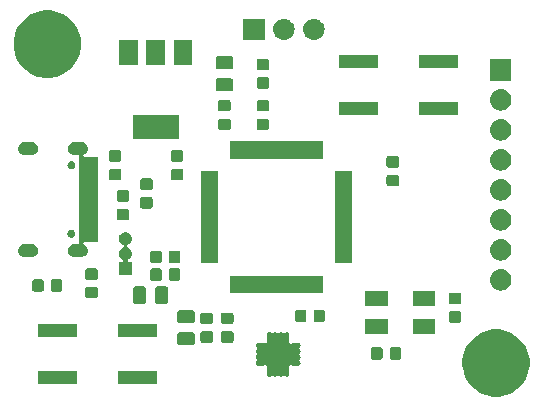
<source format=gbr>
G04 #@! TF.GenerationSoftware,KiCad,Pcbnew,(5.1.2-1)-1*
G04 #@! TF.CreationDate,2020-06-07T21:53:54+02:00*
G04 #@! TF.ProjectId,TeensyTest,5465656e-7379-4546-9573-742e6b696361,rev?*
G04 #@! TF.SameCoordinates,Original*
G04 #@! TF.FileFunction,Soldermask,Top*
G04 #@! TF.FilePolarity,Negative*
%FSLAX46Y46*%
G04 Gerber Fmt 4.6, Leading zero omitted, Abs format (unit mm)*
G04 Created by KiCad (PCBNEW (5.1.2-1)-1) date 2020-06-07 21:53:54*
%MOMM*%
%LPD*%
G04 APERTURE LIST*
%ADD10C,0.100000*%
G04 APERTURE END LIST*
D10*
G36*
X57931606Y-63618562D02*
G01*
X58450455Y-63833476D01*
X58741954Y-64028250D01*
X58917406Y-64145483D01*
X59314517Y-64542594D01*
X59373793Y-64631307D01*
X59626524Y-65009545D01*
X59841438Y-65528394D01*
X59880980Y-65727184D01*
X59951000Y-66079200D01*
X59951000Y-66640800D01*
X59933817Y-66727184D01*
X59841438Y-67191606D01*
X59626524Y-67710455D01*
X59314516Y-68177407D01*
X58917407Y-68574516D01*
X58450455Y-68886524D01*
X57931606Y-69101438D01*
X57380800Y-69211000D01*
X56819200Y-69211000D01*
X56268394Y-69101438D01*
X55749545Y-68886524D01*
X55282593Y-68574516D01*
X54885484Y-68177407D01*
X54573476Y-67710455D01*
X54358562Y-67191606D01*
X54266183Y-66727184D01*
X54249000Y-66640800D01*
X54249000Y-66079200D01*
X54319020Y-65727184D01*
X54358562Y-65528394D01*
X54573476Y-65009545D01*
X54826207Y-64631307D01*
X54885483Y-64542594D01*
X55282594Y-64145483D01*
X55458046Y-64028250D01*
X55749545Y-63833476D01*
X56268394Y-63618562D01*
X56819200Y-63509000D01*
X57380800Y-63509000D01*
X57931606Y-63618562D01*
X57931606Y-63618562D01*
G37*
G36*
X28401000Y-68161000D02*
G01*
X25099000Y-68161000D01*
X25099000Y-67059000D01*
X28401000Y-67059000D01*
X28401000Y-68161000D01*
X28401000Y-68161000D01*
G37*
G36*
X21601000Y-68161000D02*
G01*
X18299000Y-68161000D01*
X18299000Y-67059000D01*
X21601000Y-67059000D01*
X21601000Y-68161000D01*
X21601000Y-68161000D01*
G37*
G36*
X37939401Y-63721908D02*
G01*
X37958347Y-63727656D01*
X37977291Y-63733402D01*
X38012210Y-63752066D01*
X38042816Y-63777184D01*
X38053379Y-63790055D01*
X38070702Y-63807378D01*
X38091077Y-63820992D01*
X38113715Y-63830370D01*
X38137749Y-63835150D01*
X38162253Y-63835150D01*
X38186286Y-63830370D01*
X38208925Y-63820992D01*
X38229299Y-63807379D01*
X38246617Y-63790061D01*
X38257185Y-63777184D01*
X38287791Y-63752066D01*
X38322710Y-63733402D01*
X38341654Y-63727656D01*
X38360600Y-63721908D01*
X38395696Y-63718452D01*
X38400000Y-63718028D01*
X38400001Y-63718028D01*
X38439401Y-63721908D01*
X38458347Y-63727656D01*
X38477291Y-63733402D01*
X38512210Y-63752066D01*
X38542816Y-63777184D01*
X38553379Y-63790055D01*
X38570702Y-63807378D01*
X38591077Y-63820992D01*
X38613715Y-63830370D01*
X38637749Y-63835150D01*
X38662253Y-63835150D01*
X38686286Y-63830370D01*
X38708925Y-63820992D01*
X38729299Y-63807379D01*
X38746617Y-63790061D01*
X38757185Y-63777184D01*
X38787791Y-63752066D01*
X38822710Y-63733402D01*
X38841654Y-63727656D01*
X38860600Y-63721908D01*
X38895696Y-63718452D01*
X38900000Y-63718028D01*
X38900001Y-63718028D01*
X38939401Y-63721908D01*
X38958347Y-63727656D01*
X38977291Y-63733402D01*
X39012210Y-63752066D01*
X39042816Y-63777184D01*
X39053379Y-63790055D01*
X39070702Y-63807378D01*
X39091077Y-63820992D01*
X39113715Y-63830370D01*
X39137749Y-63835150D01*
X39162253Y-63835150D01*
X39186286Y-63830370D01*
X39208925Y-63820992D01*
X39229299Y-63807379D01*
X39246617Y-63790061D01*
X39257185Y-63777184D01*
X39287791Y-63752066D01*
X39322710Y-63733402D01*
X39341654Y-63727656D01*
X39360600Y-63721908D01*
X39395696Y-63718452D01*
X39400000Y-63718028D01*
X39400001Y-63718028D01*
X39439401Y-63721908D01*
X39458347Y-63727656D01*
X39477291Y-63733402D01*
X39512210Y-63752066D01*
X39542816Y-63777184D01*
X39567934Y-63807790D01*
X39586598Y-63842709D01*
X39590508Y-63855599D01*
X39598092Y-63880599D01*
X39601000Y-63910126D01*
X39601000Y-64379874D01*
X39598092Y-64409401D01*
X39598091Y-64409403D01*
X39586598Y-64447291D01*
X39567934Y-64482210D01*
X39567931Y-64482214D01*
X39566401Y-64485076D01*
X39557024Y-64507714D01*
X39552243Y-64531747D01*
X39552243Y-64556252D01*
X39557023Y-64580285D01*
X39566400Y-64602924D01*
X39580013Y-64623298D01*
X39597340Y-64640626D01*
X39617361Y-64654004D01*
X39622066Y-64662806D01*
X39637611Y-64681748D01*
X39656553Y-64697293D01*
X39678164Y-64708844D01*
X39701613Y-64715957D01*
X39725999Y-64718359D01*
X39750385Y-64715957D01*
X39773834Y-64708844D01*
X39784924Y-64703599D01*
X39787786Y-64702069D01*
X39787790Y-64702066D01*
X39822709Y-64683402D01*
X39860599Y-64671908D01*
X39890126Y-64669000D01*
X40359874Y-64669000D01*
X40389401Y-64671908D01*
X40408347Y-64677655D01*
X40427291Y-64683402D01*
X40462210Y-64702066D01*
X40492816Y-64727184D01*
X40517934Y-64757790D01*
X40535466Y-64790590D01*
X40536597Y-64792707D01*
X40548092Y-64830599D01*
X40551972Y-64870000D01*
X40548092Y-64909401D01*
X40548091Y-64909403D01*
X40536598Y-64947291D01*
X40517934Y-64982210D01*
X40492816Y-65012816D01*
X40479945Y-65023379D01*
X40462623Y-65040701D01*
X40449009Y-65061075D01*
X40439632Y-65083714D01*
X40434851Y-65107747D01*
X40434851Y-65132251D01*
X40439631Y-65156284D01*
X40449008Y-65178923D01*
X40462622Y-65199298D01*
X40479945Y-65216621D01*
X40492816Y-65227184D01*
X40517934Y-65257790D01*
X40535466Y-65290590D01*
X40536597Y-65292707D01*
X40548092Y-65330599D01*
X40551972Y-65370000D01*
X40548092Y-65409401D01*
X40548091Y-65409403D01*
X40536598Y-65447291D01*
X40517934Y-65482210D01*
X40492816Y-65512816D01*
X40479945Y-65523379D01*
X40462623Y-65540701D01*
X40449009Y-65561075D01*
X40439632Y-65583714D01*
X40434851Y-65607747D01*
X40434851Y-65632251D01*
X40439631Y-65656284D01*
X40449008Y-65678923D01*
X40462622Y-65699298D01*
X40479945Y-65716621D01*
X40492816Y-65727184D01*
X40517934Y-65757790D01*
X40535466Y-65790590D01*
X40536597Y-65792707D01*
X40548092Y-65830599D01*
X40551972Y-65870000D01*
X40548092Y-65909401D01*
X40545001Y-65919591D01*
X40536598Y-65947291D01*
X40517934Y-65982210D01*
X40492816Y-66012816D01*
X40479945Y-66023379D01*
X40462623Y-66040701D01*
X40449009Y-66061075D01*
X40439632Y-66083714D01*
X40434851Y-66107747D01*
X40434851Y-66132251D01*
X40439631Y-66156284D01*
X40449008Y-66178923D01*
X40462622Y-66199298D01*
X40479945Y-66216621D01*
X40492816Y-66227184D01*
X40517934Y-66257790D01*
X40535466Y-66290590D01*
X40536597Y-66292707D01*
X40548092Y-66330599D01*
X40551972Y-66370000D01*
X40548092Y-66409401D01*
X40548091Y-66409403D01*
X40536598Y-66447291D01*
X40517934Y-66482210D01*
X40492816Y-66512816D01*
X40462210Y-66537934D01*
X40427291Y-66556598D01*
X40408347Y-66562344D01*
X40389401Y-66568092D01*
X40359874Y-66571000D01*
X39890126Y-66571000D01*
X39860599Y-66568092D01*
X39822709Y-66556598D01*
X39822707Y-66556597D01*
X39787790Y-66537934D01*
X39787786Y-66537931D01*
X39784924Y-66536401D01*
X39762286Y-66527024D01*
X39738253Y-66522243D01*
X39713748Y-66522243D01*
X39689715Y-66527023D01*
X39667076Y-66536400D01*
X39646702Y-66550013D01*
X39629374Y-66567340D01*
X39615996Y-66587361D01*
X39607194Y-66592066D01*
X39588252Y-66607611D01*
X39572707Y-66626553D01*
X39561156Y-66648164D01*
X39554043Y-66671613D01*
X39551641Y-66695999D01*
X39554043Y-66720385D01*
X39561156Y-66743834D01*
X39566401Y-66754924D01*
X39567931Y-66757786D01*
X39567934Y-66757790D01*
X39586598Y-66792709D01*
X39598092Y-66830599D01*
X39601000Y-66860126D01*
X39601000Y-67329874D01*
X39598092Y-67359401D01*
X39598091Y-67359403D01*
X39586598Y-67397291D01*
X39567934Y-67432210D01*
X39542816Y-67462816D01*
X39512209Y-67487934D01*
X39477290Y-67506598D01*
X39458346Y-67512344D01*
X39439400Y-67518092D01*
X39404304Y-67521548D01*
X39400000Y-67521972D01*
X39399999Y-67521972D01*
X39360599Y-67518092D01*
X39341653Y-67512344D01*
X39322709Y-67506598D01*
X39287790Y-67487934D01*
X39257184Y-67462816D01*
X39246622Y-67449946D01*
X39229299Y-67432623D01*
X39208925Y-67419009D01*
X39186286Y-67409632D01*
X39162253Y-67404851D01*
X39137749Y-67404851D01*
X39113716Y-67409631D01*
X39091077Y-67419008D01*
X39070702Y-67432622D01*
X39053379Y-67449945D01*
X39042816Y-67462816D01*
X39012209Y-67487934D01*
X38977290Y-67506598D01*
X38958346Y-67512344D01*
X38939400Y-67518092D01*
X38904304Y-67521548D01*
X38900000Y-67521972D01*
X38899999Y-67521972D01*
X38860599Y-67518092D01*
X38841653Y-67512344D01*
X38822709Y-67506598D01*
X38787790Y-67487934D01*
X38757184Y-67462816D01*
X38746622Y-67449946D01*
X38729299Y-67432623D01*
X38708925Y-67419009D01*
X38686286Y-67409632D01*
X38662253Y-67404851D01*
X38637749Y-67404851D01*
X38613716Y-67409631D01*
X38591077Y-67419008D01*
X38570702Y-67432622D01*
X38553379Y-67449945D01*
X38542816Y-67462816D01*
X38512209Y-67487934D01*
X38477290Y-67506598D01*
X38458346Y-67512344D01*
X38439400Y-67518092D01*
X38404304Y-67521548D01*
X38400000Y-67521972D01*
X38399999Y-67521972D01*
X38360599Y-67518092D01*
X38341653Y-67512344D01*
X38322709Y-67506598D01*
X38287790Y-67487934D01*
X38257184Y-67462816D01*
X38246622Y-67449946D01*
X38229299Y-67432623D01*
X38208925Y-67419009D01*
X38186286Y-67409632D01*
X38162253Y-67404851D01*
X38137749Y-67404851D01*
X38113716Y-67409631D01*
X38091077Y-67419008D01*
X38070702Y-67432622D01*
X38053379Y-67449945D01*
X38042816Y-67462816D01*
X38012209Y-67487934D01*
X37977290Y-67506598D01*
X37958346Y-67512344D01*
X37939400Y-67518092D01*
X37904304Y-67521548D01*
X37900000Y-67521972D01*
X37899999Y-67521972D01*
X37860599Y-67518092D01*
X37841653Y-67512344D01*
X37822709Y-67506598D01*
X37787790Y-67487934D01*
X37757184Y-67462816D01*
X37732066Y-67432209D01*
X37713402Y-67397290D01*
X37701909Y-67359402D01*
X37701908Y-67359400D01*
X37699000Y-67329873D01*
X37699000Y-66860131D01*
X37701909Y-66830599D01*
X37713403Y-66792709D01*
X37732067Y-66757790D01*
X37732070Y-66757786D01*
X37733600Y-66754924D01*
X37742977Y-66732286D01*
X37747758Y-66708253D01*
X37747758Y-66683748D01*
X37742978Y-66659715D01*
X37733601Y-66637076D01*
X37719988Y-66616702D01*
X37702661Y-66599374D01*
X37682638Y-66585995D01*
X37677934Y-66577194D01*
X37662389Y-66558252D01*
X37643447Y-66542707D01*
X37621836Y-66531156D01*
X37598387Y-66524043D01*
X37574001Y-66521641D01*
X37549615Y-66524043D01*
X37526166Y-66531156D01*
X37515076Y-66536401D01*
X37512214Y-66537931D01*
X37512210Y-66537934D01*
X37477293Y-66556597D01*
X37477291Y-66556598D01*
X37439401Y-66568092D01*
X37409874Y-66571000D01*
X36940126Y-66571000D01*
X36910599Y-66568092D01*
X36891653Y-66562344D01*
X36872709Y-66556598D01*
X36837790Y-66537934D01*
X36807184Y-66512816D01*
X36782066Y-66482210D01*
X36763402Y-66447291D01*
X36751909Y-66409403D01*
X36751908Y-66409401D01*
X36748028Y-66370000D01*
X36751908Y-66330599D01*
X36763403Y-66292707D01*
X36764534Y-66290590D01*
X36782066Y-66257790D01*
X36807184Y-66227184D01*
X36820055Y-66216621D01*
X36837377Y-66199299D01*
X36850991Y-66178925D01*
X36860368Y-66156286D01*
X36865149Y-66132253D01*
X36865149Y-66107749D01*
X36860369Y-66083716D01*
X36850992Y-66061077D01*
X36837378Y-66040702D01*
X36820055Y-66023379D01*
X36807184Y-66012816D01*
X36782066Y-65982210D01*
X36763402Y-65947291D01*
X36754999Y-65919591D01*
X36751908Y-65909401D01*
X36748028Y-65870000D01*
X36751908Y-65830599D01*
X36763403Y-65792707D01*
X36764534Y-65790590D01*
X36782066Y-65757790D01*
X36807184Y-65727184D01*
X36820055Y-65716621D01*
X36837377Y-65699299D01*
X36850991Y-65678925D01*
X36860368Y-65656286D01*
X36865149Y-65632253D01*
X36865149Y-65607749D01*
X36860369Y-65583716D01*
X36850992Y-65561077D01*
X36837378Y-65540702D01*
X36820055Y-65523379D01*
X36807184Y-65512816D01*
X36782066Y-65482210D01*
X36763402Y-65447291D01*
X36751909Y-65409403D01*
X36751908Y-65409401D01*
X36748028Y-65370000D01*
X36751908Y-65330599D01*
X36763403Y-65292707D01*
X36764534Y-65290590D01*
X36782066Y-65257790D01*
X36807184Y-65227184D01*
X36820055Y-65216621D01*
X36837377Y-65199299D01*
X36850991Y-65178925D01*
X36860368Y-65156286D01*
X36865149Y-65132253D01*
X36865149Y-65107749D01*
X36860369Y-65083716D01*
X36850992Y-65061077D01*
X36837378Y-65040702D01*
X36820055Y-65023379D01*
X36807184Y-65012816D01*
X36782066Y-64982210D01*
X36763402Y-64947291D01*
X36751909Y-64909403D01*
X36751908Y-64909401D01*
X36748028Y-64870000D01*
X36751908Y-64830599D01*
X36763403Y-64792707D01*
X36764534Y-64790590D01*
X36782066Y-64757790D01*
X36807184Y-64727184D01*
X36837790Y-64702066D01*
X36872709Y-64683402D01*
X36891653Y-64677655D01*
X36910599Y-64671908D01*
X36940126Y-64669000D01*
X37409874Y-64669000D01*
X37439401Y-64671908D01*
X37477291Y-64683402D01*
X37512210Y-64702066D01*
X37512214Y-64702069D01*
X37515076Y-64703599D01*
X37537714Y-64712976D01*
X37561747Y-64717757D01*
X37586252Y-64717757D01*
X37610285Y-64712977D01*
X37632924Y-64703600D01*
X37653298Y-64689987D01*
X37670626Y-64672660D01*
X37684003Y-64652640D01*
X37692807Y-64647934D01*
X37711749Y-64632389D01*
X37727294Y-64613447D01*
X37738845Y-64591836D01*
X37745958Y-64568387D01*
X37748360Y-64544001D01*
X37745958Y-64519615D01*
X37738845Y-64496166D01*
X37733599Y-64485075D01*
X37732069Y-64482213D01*
X37732066Y-64482209D01*
X37713402Y-64447290D01*
X37701909Y-64409402D01*
X37701908Y-64409400D01*
X37699000Y-64379873D01*
X37699000Y-63910131D01*
X37701909Y-63880599D01*
X37709493Y-63855599D01*
X37713403Y-63842709D01*
X37732067Y-63807790D01*
X37757185Y-63777184D01*
X37787791Y-63752066D01*
X37822710Y-63733402D01*
X37841654Y-63727656D01*
X37860600Y-63721908D01*
X37895696Y-63718452D01*
X37900000Y-63718028D01*
X37900001Y-63718028D01*
X37939401Y-63721908D01*
X37939401Y-63721908D01*
G37*
G36*
X47354591Y-65018085D02*
G01*
X47388569Y-65028393D01*
X47419890Y-65045134D01*
X47447339Y-65067661D01*
X47469866Y-65095110D01*
X47486607Y-65126431D01*
X47496915Y-65160409D01*
X47501000Y-65201890D01*
X47501000Y-65878110D01*
X47496915Y-65919591D01*
X47486607Y-65953569D01*
X47469866Y-65984890D01*
X47447339Y-66012339D01*
X47419890Y-66034866D01*
X47388569Y-66051607D01*
X47354591Y-66061915D01*
X47313110Y-66066000D01*
X46711890Y-66066000D01*
X46670409Y-66061915D01*
X46636431Y-66051607D01*
X46605110Y-66034866D01*
X46577661Y-66012339D01*
X46555134Y-65984890D01*
X46538393Y-65953569D01*
X46528085Y-65919591D01*
X46524000Y-65878110D01*
X46524000Y-65201890D01*
X46528085Y-65160409D01*
X46538393Y-65126431D01*
X46555134Y-65095110D01*
X46577661Y-65067661D01*
X46605110Y-65045134D01*
X46636431Y-65028393D01*
X46670409Y-65018085D01*
X46711890Y-65014000D01*
X47313110Y-65014000D01*
X47354591Y-65018085D01*
X47354591Y-65018085D01*
G37*
G36*
X48929591Y-65018085D02*
G01*
X48963569Y-65028393D01*
X48994890Y-65045134D01*
X49022339Y-65067661D01*
X49044866Y-65095110D01*
X49061607Y-65126431D01*
X49071915Y-65160409D01*
X49076000Y-65201890D01*
X49076000Y-65878110D01*
X49071915Y-65919591D01*
X49061607Y-65953569D01*
X49044866Y-65984890D01*
X49022339Y-66012339D01*
X48994890Y-66034866D01*
X48963569Y-66051607D01*
X48929591Y-66061915D01*
X48888110Y-66066000D01*
X48286890Y-66066000D01*
X48245409Y-66061915D01*
X48211431Y-66051607D01*
X48180110Y-66034866D01*
X48152661Y-66012339D01*
X48130134Y-65984890D01*
X48113393Y-65953569D01*
X48103085Y-65919591D01*
X48099000Y-65878110D01*
X48099000Y-65201890D01*
X48103085Y-65160409D01*
X48113393Y-65126431D01*
X48130134Y-65095110D01*
X48152661Y-65067661D01*
X48180110Y-65045134D01*
X48211431Y-65028393D01*
X48245409Y-65018085D01*
X48286890Y-65014000D01*
X48888110Y-65014000D01*
X48929591Y-65018085D01*
X48929591Y-65018085D01*
G37*
G36*
X31434468Y-63763565D02*
G01*
X31473138Y-63775296D01*
X31508777Y-63794346D01*
X31540017Y-63819983D01*
X31565654Y-63851223D01*
X31584704Y-63886862D01*
X31596435Y-63925532D01*
X31601000Y-63971888D01*
X31601000Y-64623112D01*
X31596435Y-64669468D01*
X31584704Y-64708138D01*
X31565654Y-64743777D01*
X31540017Y-64775017D01*
X31508777Y-64800654D01*
X31473138Y-64819704D01*
X31434468Y-64831435D01*
X31388112Y-64836000D01*
X30311888Y-64836000D01*
X30265532Y-64831435D01*
X30226862Y-64819704D01*
X30191223Y-64800654D01*
X30159983Y-64775017D01*
X30134346Y-64743777D01*
X30115296Y-64708138D01*
X30103565Y-64669468D01*
X30099000Y-64623112D01*
X30099000Y-63971888D01*
X30103565Y-63925532D01*
X30115296Y-63886862D01*
X30134346Y-63851223D01*
X30159983Y-63819983D01*
X30191223Y-63794346D01*
X30226862Y-63775296D01*
X30265532Y-63763565D01*
X30311888Y-63759000D01*
X31388112Y-63759000D01*
X31434468Y-63763565D01*
X31434468Y-63763565D01*
G37*
G36*
X32979591Y-63663085D02*
G01*
X33013569Y-63673393D01*
X33044890Y-63690134D01*
X33072339Y-63712661D01*
X33094866Y-63740110D01*
X33111607Y-63771431D01*
X33121915Y-63805409D01*
X33126000Y-63846890D01*
X33126000Y-64448110D01*
X33121915Y-64489591D01*
X33111607Y-64523569D01*
X33094866Y-64554890D01*
X33072339Y-64582339D01*
X33044890Y-64604866D01*
X33013569Y-64621607D01*
X32979591Y-64631915D01*
X32938110Y-64636000D01*
X32261890Y-64636000D01*
X32220409Y-64631915D01*
X32186431Y-64621607D01*
X32155110Y-64604866D01*
X32127661Y-64582339D01*
X32105134Y-64554890D01*
X32088393Y-64523569D01*
X32078085Y-64489591D01*
X32074000Y-64448110D01*
X32074000Y-63846890D01*
X32078085Y-63805409D01*
X32088393Y-63771431D01*
X32105134Y-63740110D01*
X32127661Y-63712661D01*
X32155110Y-63690134D01*
X32186431Y-63673393D01*
X32220409Y-63663085D01*
X32261890Y-63659000D01*
X32938110Y-63659000D01*
X32979591Y-63663085D01*
X32979591Y-63663085D01*
G37*
G36*
X34729591Y-63663085D02*
G01*
X34763569Y-63673393D01*
X34794890Y-63690134D01*
X34822339Y-63712661D01*
X34844866Y-63740110D01*
X34861607Y-63771431D01*
X34871915Y-63805409D01*
X34876000Y-63846890D01*
X34876000Y-64448110D01*
X34871915Y-64489591D01*
X34861607Y-64523569D01*
X34844866Y-64554890D01*
X34822339Y-64582339D01*
X34794890Y-64604866D01*
X34763569Y-64621607D01*
X34729591Y-64631915D01*
X34688110Y-64636000D01*
X34011890Y-64636000D01*
X33970409Y-64631915D01*
X33936431Y-64621607D01*
X33905110Y-64604866D01*
X33877661Y-64582339D01*
X33855134Y-64554890D01*
X33838393Y-64523569D01*
X33828085Y-64489591D01*
X33824000Y-64448110D01*
X33824000Y-63846890D01*
X33828085Y-63805409D01*
X33838393Y-63771431D01*
X33855134Y-63740110D01*
X33877661Y-63712661D01*
X33905110Y-63690134D01*
X33936431Y-63673393D01*
X33970409Y-63663085D01*
X34011890Y-63659000D01*
X34688110Y-63659000D01*
X34729591Y-63663085D01*
X34729591Y-63663085D01*
G37*
G36*
X21601000Y-64161000D02*
G01*
X18299000Y-64161000D01*
X18299000Y-63059000D01*
X21601000Y-63059000D01*
X21601000Y-64161000D01*
X21601000Y-64161000D01*
G37*
G36*
X28401000Y-64161000D02*
G01*
X25099000Y-64161000D01*
X25099000Y-63059000D01*
X28401000Y-63059000D01*
X28401000Y-64161000D01*
X28401000Y-64161000D01*
G37*
G36*
X47941000Y-63931000D02*
G01*
X46039000Y-63931000D01*
X46039000Y-62629000D01*
X47941000Y-62629000D01*
X47941000Y-63931000D01*
X47941000Y-63931000D01*
G37*
G36*
X51941000Y-63931000D02*
G01*
X50039000Y-63931000D01*
X50039000Y-62629000D01*
X51941000Y-62629000D01*
X51941000Y-63931000D01*
X51941000Y-63931000D01*
G37*
G36*
X34729591Y-62088085D02*
G01*
X34763569Y-62098393D01*
X34794890Y-62115134D01*
X34822339Y-62137661D01*
X34844866Y-62165110D01*
X34861607Y-62196431D01*
X34871915Y-62230409D01*
X34876000Y-62271890D01*
X34876000Y-62873110D01*
X34871915Y-62914591D01*
X34861607Y-62948569D01*
X34844866Y-62979890D01*
X34822339Y-63007339D01*
X34794890Y-63029866D01*
X34763569Y-63046607D01*
X34729591Y-63056915D01*
X34688110Y-63061000D01*
X34011890Y-63061000D01*
X33970409Y-63056915D01*
X33936431Y-63046607D01*
X33905110Y-63029866D01*
X33877661Y-63007339D01*
X33855134Y-62979890D01*
X33838393Y-62948569D01*
X33828085Y-62914591D01*
X33824000Y-62873110D01*
X33824000Y-62271890D01*
X33828085Y-62230409D01*
X33838393Y-62196431D01*
X33855134Y-62165110D01*
X33877661Y-62137661D01*
X33905110Y-62115134D01*
X33936431Y-62098393D01*
X33970409Y-62088085D01*
X34011890Y-62084000D01*
X34688110Y-62084000D01*
X34729591Y-62088085D01*
X34729591Y-62088085D01*
G37*
G36*
X32979591Y-62088085D02*
G01*
X33013569Y-62098393D01*
X33044890Y-62115134D01*
X33072339Y-62137661D01*
X33094866Y-62165110D01*
X33111607Y-62196431D01*
X33121915Y-62230409D01*
X33126000Y-62271890D01*
X33126000Y-62873110D01*
X33121915Y-62914591D01*
X33111607Y-62948569D01*
X33094866Y-62979890D01*
X33072339Y-63007339D01*
X33044890Y-63029866D01*
X33013569Y-63046607D01*
X32979591Y-63056915D01*
X32938110Y-63061000D01*
X32261890Y-63061000D01*
X32220409Y-63056915D01*
X32186431Y-63046607D01*
X32155110Y-63029866D01*
X32127661Y-63007339D01*
X32105134Y-62979890D01*
X32088393Y-62948569D01*
X32078085Y-62914591D01*
X32074000Y-62873110D01*
X32074000Y-62271890D01*
X32078085Y-62230409D01*
X32088393Y-62196431D01*
X32105134Y-62165110D01*
X32127661Y-62137661D01*
X32155110Y-62115134D01*
X32186431Y-62098393D01*
X32220409Y-62088085D01*
X32261890Y-62084000D01*
X32938110Y-62084000D01*
X32979591Y-62088085D01*
X32979591Y-62088085D01*
G37*
G36*
X31434468Y-61888565D02*
G01*
X31473138Y-61900296D01*
X31508777Y-61919346D01*
X31540017Y-61944983D01*
X31565654Y-61976223D01*
X31584704Y-62011862D01*
X31596435Y-62050532D01*
X31601000Y-62096888D01*
X31601000Y-62748112D01*
X31596435Y-62794468D01*
X31584704Y-62833138D01*
X31565654Y-62868777D01*
X31540017Y-62900017D01*
X31508777Y-62925654D01*
X31473138Y-62944704D01*
X31434468Y-62956435D01*
X31388112Y-62961000D01*
X30311888Y-62961000D01*
X30265532Y-62956435D01*
X30226862Y-62944704D01*
X30191223Y-62925654D01*
X30159983Y-62900017D01*
X30134346Y-62868777D01*
X30115296Y-62833138D01*
X30103565Y-62794468D01*
X30099000Y-62748112D01*
X30099000Y-62096888D01*
X30103565Y-62050532D01*
X30115296Y-62011862D01*
X30134346Y-61976223D01*
X30159983Y-61944983D01*
X30191223Y-61919346D01*
X30226862Y-61900296D01*
X30265532Y-61888565D01*
X30311888Y-61884000D01*
X31388112Y-61884000D01*
X31434468Y-61888565D01*
X31434468Y-61888565D01*
G37*
G36*
X54009591Y-61983085D02*
G01*
X54043569Y-61993393D01*
X54074890Y-62010134D01*
X54102339Y-62032661D01*
X54124866Y-62060110D01*
X54141607Y-62091431D01*
X54151915Y-62125409D01*
X54156000Y-62166890D01*
X54156000Y-62768110D01*
X54151915Y-62809591D01*
X54141607Y-62843569D01*
X54124866Y-62874890D01*
X54102339Y-62902339D01*
X54074890Y-62924866D01*
X54043569Y-62941607D01*
X54009591Y-62951915D01*
X53968110Y-62956000D01*
X53291890Y-62956000D01*
X53250409Y-62951915D01*
X53216431Y-62941607D01*
X53185110Y-62924866D01*
X53157661Y-62902339D01*
X53135134Y-62874890D01*
X53118393Y-62843569D01*
X53108085Y-62809591D01*
X53104000Y-62768110D01*
X53104000Y-62166890D01*
X53108085Y-62125409D01*
X53118393Y-62091431D01*
X53135134Y-62060110D01*
X53157661Y-62032661D01*
X53185110Y-62010134D01*
X53216431Y-61993393D01*
X53250409Y-61983085D01*
X53291890Y-61979000D01*
X53968110Y-61979000D01*
X54009591Y-61983085D01*
X54009591Y-61983085D01*
G37*
G36*
X40904591Y-61838085D02*
G01*
X40938569Y-61848393D01*
X40969890Y-61865134D01*
X40997339Y-61887661D01*
X41019866Y-61915110D01*
X41036607Y-61946431D01*
X41046915Y-61980409D01*
X41051000Y-62021890D01*
X41051000Y-62698110D01*
X41046915Y-62739591D01*
X41036607Y-62773569D01*
X41019866Y-62804890D01*
X40997339Y-62832339D01*
X40969890Y-62854866D01*
X40938569Y-62871607D01*
X40904591Y-62881915D01*
X40863110Y-62886000D01*
X40261890Y-62886000D01*
X40220409Y-62881915D01*
X40186431Y-62871607D01*
X40155110Y-62854866D01*
X40127661Y-62832339D01*
X40105134Y-62804890D01*
X40088393Y-62773569D01*
X40078085Y-62739591D01*
X40074000Y-62698110D01*
X40074000Y-62021890D01*
X40078085Y-61980409D01*
X40088393Y-61946431D01*
X40105134Y-61915110D01*
X40127661Y-61887661D01*
X40155110Y-61865134D01*
X40186431Y-61848393D01*
X40220409Y-61838085D01*
X40261890Y-61834000D01*
X40863110Y-61834000D01*
X40904591Y-61838085D01*
X40904591Y-61838085D01*
G37*
G36*
X42479591Y-61838085D02*
G01*
X42513569Y-61848393D01*
X42544890Y-61865134D01*
X42572339Y-61887661D01*
X42594866Y-61915110D01*
X42611607Y-61946431D01*
X42621915Y-61980409D01*
X42626000Y-62021890D01*
X42626000Y-62698110D01*
X42621915Y-62739591D01*
X42611607Y-62773569D01*
X42594866Y-62804890D01*
X42572339Y-62832339D01*
X42544890Y-62854866D01*
X42513569Y-62871607D01*
X42479591Y-62881915D01*
X42438110Y-62886000D01*
X41836890Y-62886000D01*
X41795409Y-62881915D01*
X41761431Y-62871607D01*
X41730110Y-62854866D01*
X41702661Y-62832339D01*
X41680134Y-62804890D01*
X41663393Y-62773569D01*
X41653085Y-62739591D01*
X41649000Y-62698110D01*
X41649000Y-62021890D01*
X41653085Y-61980409D01*
X41663393Y-61946431D01*
X41680134Y-61915110D01*
X41702661Y-61887661D01*
X41730110Y-61865134D01*
X41761431Y-61848393D01*
X41795409Y-61838085D01*
X41836890Y-61834000D01*
X42438110Y-61834000D01*
X42479591Y-61838085D01*
X42479591Y-61838085D01*
G37*
G36*
X51941000Y-61531000D02*
G01*
X50039000Y-61531000D01*
X50039000Y-60229000D01*
X51941000Y-60229000D01*
X51941000Y-61531000D01*
X51941000Y-61531000D01*
G37*
G36*
X47941000Y-61531000D02*
G01*
X46039000Y-61531000D01*
X46039000Y-60229000D01*
X47941000Y-60229000D01*
X47941000Y-61531000D01*
X47941000Y-61531000D01*
G37*
G36*
X54009591Y-60408085D02*
G01*
X54043569Y-60418393D01*
X54074890Y-60435134D01*
X54102339Y-60457661D01*
X54124866Y-60485110D01*
X54141607Y-60516431D01*
X54151915Y-60550409D01*
X54156000Y-60591890D01*
X54156000Y-61193110D01*
X54151915Y-61234591D01*
X54141607Y-61268569D01*
X54124866Y-61299890D01*
X54102339Y-61327339D01*
X54074890Y-61349866D01*
X54043569Y-61366607D01*
X54009591Y-61376915D01*
X53968110Y-61381000D01*
X53291890Y-61381000D01*
X53250409Y-61376915D01*
X53216431Y-61366607D01*
X53185110Y-61349866D01*
X53157661Y-61327339D01*
X53135134Y-61299890D01*
X53118393Y-61268569D01*
X53108085Y-61234591D01*
X53104000Y-61193110D01*
X53104000Y-60591890D01*
X53108085Y-60550409D01*
X53118393Y-60516431D01*
X53135134Y-60485110D01*
X53157661Y-60457661D01*
X53185110Y-60435134D01*
X53216431Y-60418393D01*
X53250409Y-60408085D01*
X53291890Y-60404000D01*
X53968110Y-60404000D01*
X54009591Y-60408085D01*
X54009591Y-60408085D01*
G37*
G36*
X27284468Y-59863565D02*
G01*
X27323138Y-59875296D01*
X27358777Y-59894346D01*
X27390017Y-59919983D01*
X27415654Y-59951223D01*
X27434704Y-59986862D01*
X27446435Y-60025532D01*
X27451000Y-60071888D01*
X27451000Y-61148112D01*
X27446435Y-61194468D01*
X27434704Y-61233138D01*
X27415654Y-61268777D01*
X27390017Y-61300017D01*
X27358777Y-61325654D01*
X27323138Y-61344704D01*
X27284468Y-61356435D01*
X27238112Y-61361000D01*
X26586888Y-61361000D01*
X26540532Y-61356435D01*
X26501862Y-61344704D01*
X26466223Y-61325654D01*
X26434983Y-61300017D01*
X26409346Y-61268777D01*
X26390296Y-61233138D01*
X26378565Y-61194468D01*
X26374000Y-61148112D01*
X26374000Y-60071888D01*
X26378565Y-60025532D01*
X26390296Y-59986862D01*
X26409346Y-59951223D01*
X26434983Y-59919983D01*
X26466223Y-59894346D01*
X26501862Y-59875296D01*
X26540532Y-59863565D01*
X26586888Y-59859000D01*
X27238112Y-59859000D01*
X27284468Y-59863565D01*
X27284468Y-59863565D01*
G37*
G36*
X29159468Y-59863565D02*
G01*
X29198138Y-59875296D01*
X29233777Y-59894346D01*
X29265017Y-59919983D01*
X29290654Y-59951223D01*
X29309704Y-59986862D01*
X29321435Y-60025532D01*
X29326000Y-60071888D01*
X29326000Y-61148112D01*
X29321435Y-61194468D01*
X29309704Y-61233138D01*
X29290654Y-61268777D01*
X29265017Y-61300017D01*
X29233777Y-61325654D01*
X29198138Y-61344704D01*
X29159468Y-61356435D01*
X29113112Y-61361000D01*
X28461888Y-61361000D01*
X28415532Y-61356435D01*
X28376862Y-61344704D01*
X28341223Y-61325654D01*
X28309983Y-61300017D01*
X28284346Y-61268777D01*
X28265296Y-61233138D01*
X28253565Y-61194468D01*
X28249000Y-61148112D01*
X28249000Y-60071888D01*
X28253565Y-60025532D01*
X28265296Y-59986862D01*
X28284346Y-59951223D01*
X28309983Y-59919983D01*
X28341223Y-59894346D01*
X28376862Y-59875296D01*
X28415532Y-59863565D01*
X28461888Y-59859000D01*
X29113112Y-59859000D01*
X29159468Y-59863565D01*
X29159468Y-59863565D01*
G37*
G36*
X23229591Y-59913085D02*
G01*
X23263569Y-59923393D01*
X23294890Y-59940134D01*
X23322339Y-59962661D01*
X23344866Y-59990110D01*
X23361607Y-60021431D01*
X23371915Y-60055409D01*
X23376000Y-60096890D01*
X23376000Y-60698110D01*
X23371915Y-60739591D01*
X23361607Y-60773569D01*
X23344866Y-60804890D01*
X23322339Y-60832339D01*
X23294890Y-60854866D01*
X23263569Y-60871607D01*
X23229591Y-60881915D01*
X23188110Y-60886000D01*
X22511890Y-60886000D01*
X22470409Y-60881915D01*
X22436431Y-60871607D01*
X22405110Y-60854866D01*
X22377661Y-60832339D01*
X22355134Y-60804890D01*
X22338393Y-60773569D01*
X22328085Y-60739591D01*
X22324000Y-60698110D01*
X22324000Y-60096890D01*
X22328085Y-60055409D01*
X22338393Y-60021431D01*
X22355134Y-59990110D01*
X22377661Y-59962661D01*
X22405110Y-59940134D01*
X22436431Y-59923393D01*
X22470409Y-59913085D01*
X22511890Y-59909000D01*
X23188110Y-59909000D01*
X23229591Y-59913085D01*
X23229591Y-59913085D01*
G37*
G36*
X42415300Y-60401000D02*
G01*
X34584700Y-60401000D01*
X34584700Y-58952800D01*
X42415300Y-58952800D01*
X42415300Y-60401000D01*
X42415300Y-60401000D01*
G37*
G36*
X18664591Y-59268085D02*
G01*
X18698569Y-59278393D01*
X18729890Y-59295134D01*
X18757339Y-59317661D01*
X18779866Y-59345110D01*
X18796607Y-59376431D01*
X18806915Y-59410409D01*
X18811000Y-59451890D01*
X18811000Y-60128110D01*
X18806915Y-60169591D01*
X18796607Y-60203569D01*
X18779866Y-60234890D01*
X18757339Y-60262339D01*
X18729890Y-60284866D01*
X18698569Y-60301607D01*
X18664591Y-60311915D01*
X18623110Y-60316000D01*
X18021890Y-60316000D01*
X17980409Y-60311915D01*
X17946431Y-60301607D01*
X17915110Y-60284866D01*
X17887661Y-60262339D01*
X17865134Y-60234890D01*
X17848393Y-60203569D01*
X17838085Y-60169591D01*
X17834000Y-60128110D01*
X17834000Y-59451890D01*
X17838085Y-59410409D01*
X17848393Y-59376431D01*
X17865134Y-59345110D01*
X17887661Y-59317661D01*
X17915110Y-59295134D01*
X17946431Y-59278393D01*
X17980409Y-59268085D01*
X18021890Y-59264000D01*
X18623110Y-59264000D01*
X18664591Y-59268085D01*
X18664591Y-59268085D01*
G37*
G36*
X20239591Y-59268085D02*
G01*
X20273569Y-59278393D01*
X20304890Y-59295134D01*
X20332339Y-59317661D01*
X20354866Y-59345110D01*
X20371607Y-59376431D01*
X20381915Y-59410409D01*
X20386000Y-59451890D01*
X20386000Y-60128110D01*
X20381915Y-60169591D01*
X20371607Y-60203569D01*
X20354866Y-60234890D01*
X20332339Y-60262339D01*
X20304890Y-60284866D01*
X20273569Y-60301607D01*
X20239591Y-60311915D01*
X20198110Y-60316000D01*
X19596890Y-60316000D01*
X19555409Y-60311915D01*
X19521431Y-60301607D01*
X19490110Y-60284866D01*
X19462661Y-60262339D01*
X19440134Y-60234890D01*
X19423393Y-60203569D01*
X19413085Y-60169591D01*
X19409000Y-60128110D01*
X19409000Y-59451890D01*
X19413085Y-59410409D01*
X19423393Y-59376431D01*
X19440134Y-59345110D01*
X19462661Y-59317661D01*
X19490110Y-59295134D01*
X19521431Y-59278393D01*
X19555409Y-59268085D01*
X19596890Y-59264000D01*
X20198110Y-59264000D01*
X20239591Y-59268085D01*
X20239591Y-59268085D01*
G37*
G36*
X57610443Y-58425519D02*
G01*
X57676627Y-58432037D01*
X57846466Y-58483557D01*
X58002991Y-58567222D01*
X58038729Y-58596552D01*
X58140186Y-58679814D01*
X58223448Y-58781271D01*
X58252778Y-58817009D01*
X58336443Y-58973534D01*
X58387963Y-59143373D01*
X58405359Y-59320000D01*
X58387963Y-59496627D01*
X58336443Y-59666466D01*
X58252778Y-59822991D01*
X58223448Y-59858729D01*
X58140186Y-59960186D01*
X58060950Y-60025212D01*
X58002991Y-60072778D01*
X57846466Y-60156443D01*
X57676627Y-60207963D01*
X57610442Y-60214482D01*
X57544260Y-60221000D01*
X57455740Y-60221000D01*
X57389558Y-60214482D01*
X57323373Y-60207963D01*
X57153534Y-60156443D01*
X56997009Y-60072778D01*
X56939050Y-60025212D01*
X56859814Y-59960186D01*
X56776552Y-59858729D01*
X56747222Y-59822991D01*
X56663557Y-59666466D01*
X56612037Y-59496627D01*
X56594641Y-59320000D01*
X56612037Y-59143373D01*
X56663557Y-58973534D01*
X56747222Y-58817009D01*
X56776552Y-58781271D01*
X56859814Y-58679814D01*
X56961271Y-58596552D01*
X56997009Y-58567222D01*
X57153534Y-58483557D01*
X57323373Y-58432037D01*
X57389557Y-58425519D01*
X57455740Y-58419000D01*
X57544260Y-58419000D01*
X57610443Y-58425519D01*
X57610443Y-58425519D01*
G37*
G36*
X30229591Y-58338085D02*
G01*
X30263569Y-58348393D01*
X30294890Y-58365134D01*
X30322339Y-58387661D01*
X30344866Y-58415110D01*
X30361607Y-58446431D01*
X30371915Y-58480409D01*
X30376000Y-58521890D01*
X30376000Y-59198110D01*
X30371915Y-59239591D01*
X30361607Y-59273569D01*
X30344866Y-59304890D01*
X30322339Y-59332339D01*
X30294890Y-59354866D01*
X30263569Y-59371607D01*
X30229591Y-59381915D01*
X30188110Y-59386000D01*
X29586890Y-59386000D01*
X29545409Y-59381915D01*
X29511431Y-59371607D01*
X29480110Y-59354866D01*
X29452661Y-59332339D01*
X29430134Y-59304890D01*
X29413393Y-59273569D01*
X29403085Y-59239591D01*
X29399000Y-59198110D01*
X29399000Y-58521890D01*
X29403085Y-58480409D01*
X29413393Y-58446431D01*
X29430134Y-58415110D01*
X29452661Y-58387661D01*
X29480110Y-58365134D01*
X29511431Y-58348393D01*
X29545409Y-58338085D01*
X29586890Y-58334000D01*
X30188110Y-58334000D01*
X30229591Y-58338085D01*
X30229591Y-58338085D01*
G37*
G36*
X28654591Y-58338085D02*
G01*
X28688569Y-58348393D01*
X28719890Y-58365134D01*
X28747339Y-58387661D01*
X28769866Y-58415110D01*
X28786607Y-58446431D01*
X28796915Y-58480409D01*
X28801000Y-58521890D01*
X28801000Y-59198110D01*
X28796915Y-59239591D01*
X28786607Y-59273569D01*
X28769866Y-59304890D01*
X28747339Y-59332339D01*
X28719890Y-59354866D01*
X28688569Y-59371607D01*
X28654591Y-59381915D01*
X28613110Y-59386000D01*
X28011890Y-59386000D01*
X27970409Y-59381915D01*
X27936431Y-59371607D01*
X27905110Y-59354866D01*
X27877661Y-59332339D01*
X27855134Y-59304890D01*
X27838393Y-59273569D01*
X27828085Y-59239591D01*
X27824000Y-59198110D01*
X27824000Y-58521890D01*
X27828085Y-58480409D01*
X27838393Y-58446431D01*
X27855134Y-58415110D01*
X27877661Y-58387661D01*
X27905110Y-58365134D01*
X27936431Y-58348393D01*
X27970409Y-58338085D01*
X28011890Y-58334000D01*
X28613110Y-58334000D01*
X28654591Y-58338085D01*
X28654591Y-58338085D01*
G37*
G36*
X23229591Y-58338085D02*
G01*
X23263569Y-58348393D01*
X23294890Y-58365134D01*
X23322339Y-58387661D01*
X23344866Y-58415110D01*
X23361607Y-58446431D01*
X23371915Y-58480409D01*
X23376000Y-58521890D01*
X23376000Y-59123110D01*
X23371915Y-59164591D01*
X23361607Y-59198569D01*
X23344866Y-59229890D01*
X23322339Y-59257339D01*
X23294890Y-59279866D01*
X23263569Y-59296607D01*
X23229591Y-59306915D01*
X23188110Y-59311000D01*
X22511890Y-59311000D01*
X22470409Y-59306915D01*
X22436431Y-59296607D01*
X22405110Y-59279866D01*
X22377661Y-59257339D01*
X22355134Y-59229890D01*
X22338393Y-59198569D01*
X22328085Y-59164591D01*
X22324000Y-59123110D01*
X22324000Y-58521890D01*
X22328085Y-58480409D01*
X22338393Y-58446431D01*
X22355134Y-58415110D01*
X22377661Y-58387661D01*
X22405110Y-58365134D01*
X22436431Y-58348393D01*
X22470409Y-58338085D01*
X22511890Y-58334000D01*
X23188110Y-58334000D01*
X23229591Y-58338085D01*
X23229591Y-58338085D01*
G37*
G36*
X25808015Y-55276973D02*
G01*
X25911879Y-55308479D01*
X25939055Y-55323005D01*
X26007600Y-55359643D01*
X26091501Y-55428499D01*
X26160357Y-55512400D01*
X26185095Y-55558682D01*
X26211521Y-55608121D01*
X26243027Y-55711985D01*
X26253666Y-55820000D01*
X26243027Y-55928015D01*
X26211521Y-56031879D01*
X26211519Y-56031882D01*
X26160357Y-56127600D01*
X26091501Y-56211501D01*
X26007600Y-56280357D01*
X25950381Y-56310941D01*
X25911879Y-56331521D01*
X25899131Y-56335388D01*
X25876504Y-56344760D01*
X25856130Y-56358374D01*
X25838803Y-56375701D01*
X25825189Y-56396075D01*
X25815812Y-56418714D01*
X25811031Y-56442747D01*
X25811031Y-56467251D01*
X25815811Y-56491285D01*
X25825188Y-56513924D01*
X25838802Y-56534298D01*
X25856129Y-56551625D01*
X25876503Y-56565239D01*
X25899131Y-56574612D01*
X25911879Y-56578479D01*
X25923517Y-56584700D01*
X26007600Y-56629643D01*
X26091501Y-56698499D01*
X26160357Y-56782400D01*
X26190121Y-56838085D01*
X26211521Y-56878121D01*
X26243027Y-56981985D01*
X26253666Y-57090000D01*
X26243027Y-57198015D01*
X26211521Y-57301879D01*
X26211519Y-57301882D01*
X26160357Y-57397600D01*
X26091501Y-57481501D01*
X26007600Y-57550356D01*
X25963807Y-57573764D01*
X25943437Y-57587375D01*
X25926110Y-57604702D01*
X25912496Y-57625076D01*
X25903119Y-57647715D01*
X25898338Y-57671748D01*
X25898338Y-57696252D01*
X25903118Y-57720286D01*
X25912495Y-57742924D01*
X25926109Y-57763299D01*
X25943436Y-57780626D01*
X25963810Y-57794240D01*
X25986449Y-57803617D01*
X26010482Y-57808398D01*
X26022735Y-57809000D01*
X26251000Y-57809000D01*
X26251000Y-58911000D01*
X25149000Y-58911000D01*
X25149000Y-57809000D01*
X25377265Y-57809000D01*
X25401651Y-57806598D01*
X25425100Y-57799485D01*
X25446711Y-57787934D01*
X25465653Y-57772389D01*
X25481198Y-57753447D01*
X25492749Y-57731836D01*
X25499862Y-57708387D01*
X25502264Y-57684001D01*
X25499862Y-57659615D01*
X25492749Y-57636166D01*
X25481198Y-57614555D01*
X25465653Y-57595613D01*
X25446711Y-57580068D01*
X25436198Y-57573767D01*
X25392400Y-57550356D01*
X25308499Y-57481501D01*
X25239643Y-57397600D01*
X25188481Y-57301882D01*
X25188479Y-57301879D01*
X25156973Y-57198015D01*
X25146334Y-57090000D01*
X25156973Y-56981985D01*
X25188479Y-56878121D01*
X25209879Y-56838085D01*
X25239643Y-56782400D01*
X25308499Y-56698499D01*
X25392400Y-56629643D01*
X25476483Y-56584700D01*
X25488121Y-56578479D01*
X25500869Y-56574612D01*
X25523496Y-56565240D01*
X25543870Y-56551626D01*
X25561197Y-56534299D01*
X25574811Y-56513925D01*
X25584188Y-56491286D01*
X25588969Y-56467253D01*
X25588969Y-56442749D01*
X25584189Y-56418715D01*
X25574812Y-56396076D01*
X25561198Y-56375702D01*
X25543871Y-56358375D01*
X25523497Y-56344761D01*
X25500869Y-56335388D01*
X25488121Y-56331521D01*
X25449619Y-56310941D01*
X25392400Y-56280357D01*
X25308499Y-56211501D01*
X25239643Y-56127600D01*
X25188481Y-56031882D01*
X25188479Y-56031879D01*
X25156973Y-55928015D01*
X25146334Y-55820000D01*
X25156973Y-55711985D01*
X25188479Y-55608121D01*
X25214905Y-55558682D01*
X25239643Y-55512400D01*
X25308499Y-55428499D01*
X25392400Y-55359643D01*
X25460945Y-55323005D01*
X25488121Y-55308479D01*
X25591985Y-55276973D01*
X25672933Y-55269000D01*
X25727067Y-55269000D01*
X25808015Y-55276973D01*
X25808015Y-55276973D01*
G37*
G36*
X33547200Y-57915300D02*
G01*
X32099000Y-57915300D01*
X32099000Y-50084700D01*
X33547200Y-50084700D01*
X33547200Y-57915300D01*
X33547200Y-57915300D01*
G37*
G36*
X44901000Y-57915300D02*
G01*
X43452800Y-57915300D01*
X43452800Y-50084700D01*
X44901000Y-50084700D01*
X44901000Y-57915300D01*
X44901000Y-57915300D01*
G37*
G36*
X28654591Y-56838085D02*
G01*
X28688569Y-56848393D01*
X28719890Y-56865134D01*
X28747339Y-56887661D01*
X28769866Y-56915110D01*
X28786607Y-56946431D01*
X28796915Y-56980409D01*
X28801000Y-57021890D01*
X28801000Y-57698110D01*
X28796915Y-57739591D01*
X28786607Y-57773569D01*
X28769866Y-57804890D01*
X28747339Y-57832339D01*
X28719890Y-57854866D01*
X28688569Y-57871607D01*
X28654591Y-57881915D01*
X28613110Y-57886000D01*
X28011890Y-57886000D01*
X27970409Y-57881915D01*
X27936431Y-57871607D01*
X27905110Y-57854866D01*
X27877661Y-57832339D01*
X27855134Y-57804890D01*
X27838393Y-57773569D01*
X27828085Y-57739591D01*
X27824000Y-57698110D01*
X27824000Y-57021890D01*
X27828085Y-56980409D01*
X27838393Y-56946431D01*
X27855134Y-56915110D01*
X27877661Y-56887661D01*
X27905110Y-56865134D01*
X27936431Y-56848393D01*
X27970409Y-56838085D01*
X28011890Y-56834000D01*
X28613110Y-56834000D01*
X28654591Y-56838085D01*
X28654591Y-56838085D01*
G37*
G36*
X30229591Y-56838085D02*
G01*
X30263569Y-56848393D01*
X30294890Y-56865134D01*
X30322339Y-56887661D01*
X30344866Y-56915110D01*
X30361607Y-56946431D01*
X30371915Y-56980409D01*
X30376000Y-57021890D01*
X30376000Y-57698110D01*
X30371915Y-57739591D01*
X30361607Y-57773569D01*
X30344866Y-57804890D01*
X30322339Y-57832339D01*
X30294890Y-57854866D01*
X30263569Y-57871607D01*
X30229591Y-57881915D01*
X30188110Y-57886000D01*
X29586890Y-57886000D01*
X29545409Y-57881915D01*
X29511431Y-57871607D01*
X29480110Y-57854866D01*
X29452661Y-57832339D01*
X29430134Y-57804890D01*
X29413393Y-57773569D01*
X29403085Y-57739591D01*
X29399000Y-57698110D01*
X29399000Y-57021890D01*
X29403085Y-56980409D01*
X29413393Y-56946431D01*
X29430134Y-56915110D01*
X29452661Y-56887661D01*
X29480110Y-56865134D01*
X29511431Y-56848393D01*
X29545409Y-56838085D01*
X29586890Y-56834000D01*
X30188110Y-56834000D01*
X30229591Y-56838085D01*
X30229591Y-56838085D01*
G37*
G36*
X57610442Y-55885518D02*
G01*
X57676627Y-55892037D01*
X57846466Y-55943557D01*
X58002991Y-56027222D01*
X58008669Y-56031882D01*
X58140186Y-56139814D01*
X58190902Y-56201613D01*
X58252778Y-56277009D01*
X58272757Y-56314387D01*
X58328522Y-56418714D01*
X58336443Y-56433534D01*
X58387963Y-56603373D01*
X58405359Y-56780000D01*
X58387963Y-56956627D01*
X58336443Y-57126466D01*
X58252778Y-57282991D01*
X58237277Y-57301879D01*
X58140186Y-57420186D01*
X58065472Y-57481501D01*
X58002991Y-57532778D01*
X57846466Y-57616443D01*
X57676627Y-57667963D01*
X57610442Y-57674482D01*
X57544260Y-57681000D01*
X57455740Y-57681000D01*
X57389558Y-57674482D01*
X57323373Y-57667963D01*
X57153534Y-57616443D01*
X56997009Y-57532778D01*
X56934528Y-57481501D01*
X56859814Y-57420186D01*
X56762723Y-57301879D01*
X56747222Y-57282991D01*
X56663557Y-57126466D01*
X56612037Y-56956627D01*
X56594641Y-56780000D01*
X56612037Y-56603373D01*
X56663557Y-56433534D01*
X56671479Y-56418714D01*
X56727243Y-56314387D01*
X56747222Y-56277009D01*
X56809098Y-56201613D01*
X56859814Y-56139814D01*
X56991331Y-56031882D01*
X56997009Y-56027222D01*
X57153534Y-55943557D01*
X57323373Y-55892037D01*
X57389558Y-55885518D01*
X57455740Y-55879000D01*
X57544260Y-55879000D01*
X57610442Y-55885518D01*
X57610442Y-55885518D01*
G37*
G36*
X17907495Y-56279586D02*
G01*
X18010859Y-56310941D01*
X18106119Y-56361859D01*
X18189616Y-56430383D01*
X18258140Y-56513880D01*
X18309058Y-56609140D01*
X18340413Y-56712504D01*
X18351000Y-56819999D01*
X18351000Y-56820001D01*
X18340413Y-56927496D01*
X18309058Y-57030860D01*
X18258140Y-57126120D01*
X18189616Y-57209617D01*
X18106119Y-57278141D01*
X18010859Y-57329059D01*
X17907495Y-57360414D01*
X17800000Y-57371001D01*
X17200000Y-57371001D01*
X17092505Y-57360414D01*
X16989141Y-57329059D01*
X16893881Y-57278141D01*
X16810384Y-57209617D01*
X16741860Y-57126120D01*
X16690942Y-57030860D01*
X16659587Y-56927496D01*
X16649000Y-56820001D01*
X16649000Y-56819999D01*
X16659587Y-56712504D01*
X16690942Y-56609140D01*
X16741860Y-56513880D01*
X16810384Y-56430383D01*
X16893881Y-56361859D01*
X16989141Y-56310941D01*
X17092505Y-56279586D01*
X17200000Y-56268999D01*
X17800000Y-56268999D01*
X17907495Y-56279586D01*
X17907495Y-56279586D01*
G37*
G36*
X22087495Y-47639586D02*
G01*
X22190859Y-47670941D01*
X22286119Y-47721859D01*
X22369616Y-47790383D01*
X22438140Y-47873880D01*
X22489058Y-47969140D01*
X22520413Y-48072504D01*
X22531000Y-48179999D01*
X22531000Y-48180001D01*
X22520413Y-48287496D01*
X22489058Y-48390860D01*
X22438140Y-48486120D01*
X22369616Y-48569617D01*
X22286119Y-48638141D01*
X22231807Y-48667171D01*
X22216535Y-48677376D01*
X22199208Y-48694703D01*
X22185595Y-48715077D01*
X22176217Y-48737716D01*
X22171437Y-48761749D01*
X22171437Y-48786253D01*
X22176217Y-48810286D01*
X22185595Y-48832925D01*
X22199209Y-48853300D01*
X22216536Y-48870627D01*
X22236910Y-48884240D01*
X22259549Y-48893618D01*
X22295834Y-48899000D01*
X23376000Y-48899000D01*
X23376000Y-56101000D01*
X22295834Y-56101000D01*
X22271448Y-56103402D01*
X22247999Y-56110515D01*
X22226388Y-56122066D01*
X22207446Y-56137611D01*
X22191901Y-56156553D01*
X22180350Y-56178164D01*
X22173237Y-56201613D01*
X22170835Y-56225999D01*
X22173237Y-56250385D01*
X22180350Y-56273834D01*
X22191901Y-56295445D01*
X22207446Y-56314387D01*
X22233617Y-56333796D01*
X22286119Y-56361859D01*
X22369616Y-56430383D01*
X22438140Y-56513880D01*
X22489058Y-56609140D01*
X22520413Y-56712504D01*
X22531000Y-56819999D01*
X22531000Y-56820001D01*
X22520413Y-56927496D01*
X22489058Y-57030860D01*
X22438140Y-57126120D01*
X22369616Y-57209617D01*
X22286119Y-57278141D01*
X22190859Y-57329059D01*
X22087495Y-57360414D01*
X21980000Y-57371001D01*
X21380000Y-57371001D01*
X21272505Y-57360414D01*
X21169141Y-57329059D01*
X21073881Y-57278141D01*
X20990384Y-57209617D01*
X20921860Y-57126120D01*
X20870942Y-57030860D01*
X20839587Y-56927496D01*
X20829000Y-56820001D01*
X20829000Y-56819999D01*
X20839587Y-56712504D01*
X20870942Y-56609140D01*
X20921860Y-56513880D01*
X20990384Y-56430383D01*
X21073881Y-56361859D01*
X21169141Y-56310941D01*
X21272505Y-56279586D01*
X21380000Y-56268999D01*
X21699001Y-56268999D01*
X21723387Y-56266597D01*
X21746836Y-56259484D01*
X21768447Y-56247933D01*
X21787389Y-56232388D01*
X21802934Y-56213446D01*
X21814485Y-56191835D01*
X21821598Y-56168386D01*
X21824000Y-56144000D01*
X21824000Y-48856000D01*
X21821598Y-48831614D01*
X21814485Y-48808165D01*
X21802934Y-48786554D01*
X21787389Y-48767612D01*
X21768447Y-48752067D01*
X21746836Y-48740516D01*
X21723387Y-48733403D01*
X21699001Y-48731001D01*
X21380000Y-48731001D01*
X21272505Y-48720414D01*
X21169141Y-48689059D01*
X21073881Y-48638141D01*
X20990384Y-48569617D01*
X20921860Y-48486120D01*
X20870942Y-48390860D01*
X20839587Y-48287496D01*
X20829000Y-48180001D01*
X20829000Y-48179999D01*
X20839587Y-48072504D01*
X20870942Y-47969140D01*
X20921860Y-47873880D01*
X20990384Y-47790383D01*
X21073881Y-47721859D01*
X21169141Y-47670941D01*
X21272505Y-47639586D01*
X21380000Y-47628999D01*
X21980000Y-47628999D01*
X22087495Y-47639586D01*
X22087495Y-47639586D01*
G37*
G36*
X21247713Y-55077872D02*
G01*
X21308684Y-55103128D01*
X21345852Y-55127963D01*
X21363550Y-55139788D01*
X21410212Y-55186450D01*
X21410214Y-55186453D01*
X21446872Y-55241316D01*
X21472128Y-55302287D01*
X21485000Y-55367003D01*
X21485000Y-55432997D01*
X21472128Y-55497713D01*
X21446872Y-55558684D01*
X21410698Y-55612822D01*
X21410212Y-55613550D01*
X21363550Y-55660212D01*
X21363547Y-55660214D01*
X21308684Y-55696872D01*
X21247713Y-55722128D01*
X21182997Y-55735000D01*
X21117003Y-55735000D01*
X21052287Y-55722128D01*
X20991316Y-55696872D01*
X20936453Y-55660214D01*
X20936450Y-55660212D01*
X20889788Y-55613550D01*
X20889302Y-55612822D01*
X20853128Y-55558684D01*
X20827872Y-55497713D01*
X20815000Y-55432997D01*
X20815000Y-55367003D01*
X20827872Y-55302287D01*
X20853128Y-55241316D01*
X20889786Y-55186453D01*
X20889788Y-55186450D01*
X20936450Y-55139788D01*
X20954148Y-55127963D01*
X20991316Y-55103128D01*
X21052287Y-55077872D01*
X21117003Y-55065000D01*
X21182997Y-55065000D01*
X21247713Y-55077872D01*
X21247713Y-55077872D01*
G37*
G36*
X57610442Y-53345518D02*
G01*
X57676627Y-53352037D01*
X57846466Y-53403557D01*
X58002991Y-53487222D01*
X58013198Y-53495599D01*
X58140186Y-53599814D01*
X58223448Y-53701271D01*
X58252778Y-53737009D01*
X58336443Y-53893534D01*
X58387963Y-54063373D01*
X58405359Y-54240000D01*
X58387963Y-54416627D01*
X58336443Y-54586466D01*
X58252778Y-54742991D01*
X58223448Y-54778729D01*
X58140186Y-54880186D01*
X58038729Y-54963448D01*
X58002991Y-54992778D01*
X57846466Y-55076443D01*
X57676627Y-55127963D01*
X57610442Y-55134482D01*
X57544260Y-55141000D01*
X57455740Y-55141000D01*
X57389558Y-55134482D01*
X57323373Y-55127963D01*
X57153534Y-55076443D01*
X56997009Y-54992778D01*
X56961271Y-54963448D01*
X56859814Y-54880186D01*
X56776552Y-54778729D01*
X56747222Y-54742991D01*
X56663557Y-54586466D01*
X56612037Y-54416627D01*
X56594641Y-54240000D01*
X56612037Y-54063373D01*
X56663557Y-53893534D01*
X56747222Y-53737009D01*
X56776552Y-53701271D01*
X56859814Y-53599814D01*
X56986802Y-53495599D01*
X56997009Y-53487222D01*
X57153534Y-53403557D01*
X57323373Y-53352037D01*
X57389558Y-53345518D01*
X57455740Y-53339000D01*
X57544260Y-53339000D01*
X57610442Y-53345518D01*
X57610442Y-53345518D01*
G37*
G36*
X25879591Y-53303085D02*
G01*
X25913569Y-53313393D01*
X25944890Y-53330134D01*
X25972339Y-53352661D01*
X25994866Y-53380110D01*
X26011607Y-53411431D01*
X26021915Y-53445409D01*
X26026000Y-53486890D01*
X26026000Y-54088110D01*
X26021915Y-54129591D01*
X26011607Y-54163569D01*
X25994866Y-54194890D01*
X25972339Y-54222339D01*
X25944890Y-54244866D01*
X25913569Y-54261607D01*
X25879591Y-54271915D01*
X25838110Y-54276000D01*
X25161890Y-54276000D01*
X25120409Y-54271915D01*
X25086431Y-54261607D01*
X25055110Y-54244866D01*
X25027661Y-54222339D01*
X25005134Y-54194890D01*
X24988393Y-54163569D01*
X24978085Y-54129591D01*
X24974000Y-54088110D01*
X24974000Y-53486890D01*
X24978085Y-53445409D01*
X24988393Y-53411431D01*
X25005134Y-53380110D01*
X25027661Y-53352661D01*
X25055110Y-53330134D01*
X25086431Y-53313393D01*
X25120409Y-53303085D01*
X25161890Y-53299000D01*
X25838110Y-53299000D01*
X25879591Y-53303085D01*
X25879591Y-53303085D01*
G37*
G36*
X27879591Y-52303085D02*
G01*
X27913569Y-52313393D01*
X27944890Y-52330134D01*
X27972339Y-52352661D01*
X27994866Y-52380110D01*
X28011607Y-52411431D01*
X28021915Y-52445409D01*
X28026000Y-52486890D01*
X28026000Y-53088110D01*
X28021915Y-53129591D01*
X28011607Y-53163569D01*
X27994866Y-53194890D01*
X27972339Y-53222339D01*
X27944890Y-53244866D01*
X27913569Y-53261607D01*
X27879591Y-53271915D01*
X27838110Y-53276000D01*
X27161890Y-53276000D01*
X27120409Y-53271915D01*
X27086431Y-53261607D01*
X27055110Y-53244866D01*
X27027661Y-53222339D01*
X27005134Y-53194890D01*
X26988393Y-53163569D01*
X26978085Y-53129591D01*
X26974000Y-53088110D01*
X26974000Y-52486890D01*
X26978085Y-52445409D01*
X26988393Y-52411431D01*
X27005134Y-52380110D01*
X27027661Y-52352661D01*
X27055110Y-52330134D01*
X27086431Y-52313393D01*
X27120409Y-52303085D01*
X27161890Y-52299000D01*
X27838110Y-52299000D01*
X27879591Y-52303085D01*
X27879591Y-52303085D01*
G37*
G36*
X25879591Y-51728085D02*
G01*
X25913569Y-51738393D01*
X25944890Y-51755134D01*
X25972339Y-51777661D01*
X25994866Y-51805110D01*
X26011607Y-51836431D01*
X26021915Y-51870409D01*
X26026000Y-51911890D01*
X26026000Y-52513110D01*
X26021915Y-52554591D01*
X26011607Y-52588569D01*
X25994866Y-52619890D01*
X25972339Y-52647339D01*
X25944890Y-52669866D01*
X25913569Y-52686607D01*
X25879591Y-52696915D01*
X25838110Y-52701000D01*
X25161890Y-52701000D01*
X25120409Y-52696915D01*
X25086431Y-52686607D01*
X25055110Y-52669866D01*
X25027661Y-52647339D01*
X25005134Y-52619890D01*
X24988393Y-52588569D01*
X24978085Y-52554591D01*
X24974000Y-52513110D01*
X24974000Y-51911890D01*
X24978085Y-51870409D01*
X24988393Y-51836431D01*
X25005134Y-51805110D01*
X25027661Y-51777661D01*
X25055110Y-51755134D01*
X25086431Y-51738393D01*
X25120409Y-51728085D01*
X25161890Y-51724000D01*
X25838110Y-51724000D01*
X25879591Y-51728085D01*
X25879591Y-51728085D01*
G37*
G36*
X57604061Y-50804890D02*
G01*
X57676627Y-50812037D01*
X57846466Y-50863557D01*
X58002991Y-50947222D01*
X58038729Y-50976552D01*
X58140186Y-51059814D01*
X58207428Y-51141750D01*
X58252778Y-51197009D01*
X58336443Y-51353534D01*
X58387963Y-51523373D01*
X58405359Y-51700000D01*
X58387963Y-51876627D01*
X58336443Y-52046466D01*
X58252778Y-52202991D01*
X58223448Y-52238729D01*
X58140186Y-52340186D01*
X58058099Y-52407552D01*
X58002991Y-52452778D01*
X57846466Y-52536443D01*
X57676627Y-52587963D01*
X57631089Y-52592448D01*
X57544260Y-52601000D01*
X57455740Y-52601000D01*
X57368911Y-52592448D01*
X57323373Y-52587963D01*
X57153534Y-52536443D01*
X56997009Y-52452778D01*
X56941901Y-52407552D01*
X56859814Y-52340186D01*
X56776552Y-52238729D01*
X56747222Y-52202991D01*
X56663557Y-52046466D01*
X56612037Y-51876627D01*
X56594641Y-51700000D01*
X56612037Y-51523373D01*
X56663557Y-51353534D01*
X56747222Y-51197009D01*
X56792572Y-51141750D01*
X56859814Y-51059814D01*
X56961271Y-50976552D01*
X56997009Y-50947222D01*
X57153534Y-50863557D01*
X57323373Y-50812037D01*
X57395939Y-50804890D01*
X57455740Y-50799000D01*
X57544260Y-50799000D01*
X57604061Y-50804890D01*
X57604061Y-50804890D01*
G37*
G36*
X27879591Y-50728085D02*
G01*
X27913569Y-50738393D01*
X27944890Y-50755134D01*
X27972339Y-50777661D01*
X27994866Y-50805110D01*
X28011607Y-50836431D01*
X28021915Y-50870409D01*
X28026000Y-50911890D01*
X28026000Y-51513110D01*
X28021915Y-51554591D01*
X28011607Y-51588569D01*
X27994866Y-51619890D01*
X27972339Y-51647339D01*
X27944890Y-51669866D01*
X27913569Y-51686607D01*
X27879591Y-51696915D01*
X27838110Y-51701000D01*
X27161890Y-51701000D01*
X27120409Y-51696915D01*
X27086431Y-51686607D01*
X27055110Y-51669866D01*
X27027661Y-51647339D01*
X27005134Y-51619890D01*
X26988393Y-51588569D01*
X26978085Y-51554591D01*
X26974000Y-51513110D01*
X26974000Y-50911890D01*
X26978085Y-50870409D01*
X26988393Y-50836431D01*
X27005134Y-50805110D01*
X27027661Y-50777661D01*
X27055110Y-50755134D01*
X27086431Y-50738393D01*
X27120409Y-50728085D01*
X27161890Y-50724000D01*
X27838110Y-50724000D01*
X27879591Y-50728085D01*
X27879591Y-50728085D01*
G37*
G36*
X48729591Y-50413085D02*
G01*
X48763569Y-50423393D01*
X48794890Y-50440134D01*
X48822339Y-50462661D01*
X48844866Y-50490110D01*
X48861607Y-50521431D01*
X48871915Y-50555409D01*
X48876000Y-50596890D01*
X48876000Y-51198110D01*
X48871915Y-51239591D01*
X48861607Y-51273569D01*
X48844866Y-51304890D01*
X48822339Y-51332339D01*
X48794890Y-51354866D01*
X48763569Y-51371607D01*
X48729591Y-51381915D01*
X48688110Y-51386000D01*
X48011890Y-51386000D01*
X47970409Y-51381915D01*
X47936431Y-51371607D01*
X47905110Y-51354866D01*
X47877661Y-51332339D01*
X47855134Y-51304890D01*
X47838393Y-51273569D01*
X47828085Y-51239591D01*
X47824000Y-51198110D01*
X47824000Y-50596890D01*
X47828085Y-50555409D01*
X47838393Y-50521431D01*
X47855134Y-50490110D01*
X47877661Y-50462661D01*
X47905110Y-50440134D01*
X47936431Y-50423393D01*
X47970409Y-50413085D01*
X48011890Y-50409000D01*
X48688110Y-50409000D01*
X48729591Y-50413085D01*
X48729591Y-50413085D01*
G37*
G36*
X25229591Y-49913085D02*
G01*
X25263569Y-49923393D01*
X25294890Y-49940134D01*
X25322339Y-49962661D01*
X25344866Y-49990110D01*
X25361607Y-50021431D01*
X25371915Y-50055409D01*
X25376000Y-50096890D01*
X25376000Y-50698110D01*
X25371915Y-50739591D01*
X25361607Y-50773569D01*
X25344866Y-50804890D01*
X25322339Y-50832339D01*
X25294890Y-50854866D01*
X25263569Y-50871607D01*
X25229591Y-50881915D01*
X25188110Y-50886000D01*
X24511890Y-50886000D01*
X24470409Y-50881915D01*
X24436431Y-50871607D01*
X24405110Y-50854866D01*
X24377661Y-50832339D01*
X24355134Y-50804890D01*
X24338393Y-50773569D01*
X24328085Y-50739591D01*
X24324000Y-50698110D01*
X24324000Y-50096890D01*
X24328085Y-50055409D01*
X24338393Y-50021431D01*
X24355134Y-49990110D01*
X24377661Y-49962661D01*
X24405110Y-49940134D01*
X24436431Y-49923393D01*
X24470409Y-49913085D01*
X24511890Y-49909000D01*
X25188110Y-49909000D01*
X25229591Y-49913085D01*
X25229591Y-49913085D01*
G37*
G36*
X30479591Y-49913085D02*
G01*
X30513569Y-49923393D01*
X30544890Y-49940134D01*
X30572339Y-49962661D01*
X30594866Y-49990110D01*
X30611607Y-50021431D01*
X30621915Y-50055409D01*
X30626000Y-50096890D01*
X30626000Y-50698110D01*
X30621915Y-50739591D01*
X30611607Y-50773569D01*
X30594866Y-50804890D01*
X30572339Y-50832339D01*
X30544890Y-50854866D01*
X30513569Y-50871607D01*
X30479591Y-50881915D01*
X30438110Y-50886000D01*
X29761890Y-50886000D01*
X29720409Y-50881915D01*
X29686431Y-50871607D01*
X29655110Y-50854866D01*
X29627661Y-50832339D01*
X29605134Y-50804890D01*
X29588393Y-50773569D01*
X29578085Y-50739591D01*
X29574000Y-50698110D01*
X29574000Y-50096890D01*
X29578085Y-50055409D01*
X29588393Y-50021431D01*
X29605134Y-49990110D01*
X29627661Y-49962661D01*
X29655110Y-49940134D01*
X29686431Y-49923393D01*
X29720409Y-49913085D01*
X29761890Y-49909000D01*
X30438110Y-49909000D01*
X30479591Y-49913085D01*
X30479591Y-49913085D01*
G37*
G36*
X57610442Y-48265518D02*
G01*
X57676627Y-48272037D01*
X57846466Y-48323557D01*
X58002991Y-48407222D01*
X58012602Y-48415110D01*
X58140186Y-48519814D01*
X58188142Y-48578250D01*
X58252778Y-48657009D01*
X58336443Y-48813534D01*
X58387963Y-48983373D01*
X58405359Y-49160000D01*
X58387963Y-49336627D01*
X58336443Y-49506466D01*
X58252778Y-49662991D01*
X58224282Y-49697713D01*
X58140186Y-49800186D01*
X58038729Y-49883448D01*
X58002991Y-49912778D01*
X57846466Y-49996443D01*
X57676627Y-50047963D01*
X57610442Y-50054482D01*
X57544260Y-50061000D01*
X57455740Y-50061000D01*
X57389557Y-50054481D01*
X57323373Y-50047963D01*
X57153534Y-49996443D01*
X56997009Y-49912778D01*
X56961271Y-49883448D01*
X56859814Y-49800186D01*
X56775718Y-49697713D01*
X56747222Y-49662991D01*
X56663557Y-49506466D01*
X56612037Y-49336627D01*
X56594641Y-49160000D01*
X56612037Y-48983373D01*
X56663557Y-48813534D01*
X56747222Y-48657009D01*
X56811858Y-48578250D01*
X56859814Y-48519814D01*
X56987398Y-48415110D01*
X56997009Y-48407222D01*
X57153534Y-48323557D01*
X57323373Y-48272037D01*
X57389558Y-48265518D01*
X57455740Y-48259000D01*
X57544260Y-48259000D01*
X57610442Y-48265518D01*
X57610442Y-48265518D01*
G37*
G36*
X21247713Y-49277872D02*
G01*
X21308684Y-49303128D01*
X21320465Y-49311000D01*
X21363550Y-49339788D01*
X21410212Y-49386450D01*
X21410214Y-49386453D01*
X21446872Y-49441316D01*
X21472128Y-49502287D01*
X21485000Y-49567003D01*
X21485000Y-49632997D01*
X21472128Y-49697713D01*
X21446872Y-49758684D01*
X21421533Y-49796607D01*
X21410212Y-49813550D01*
X21363550Y-49860212D01*
X21363547Y-49860214D01*
X21308684Y-49896872D01*
X21247713Y-49922128D01*
X21182997Y-49935000D01*
X21117003Y-49935000D01*
X21052287Y-49922128D01*
X20991316Y-49896872D01*
X20936453Y-49860214D01*
X20936450Y-49860212D01*
X20889788Y-49813550D01*
X20878467Y-49796607D01*
X20853128Y-49758684D01*
X20827872Y-49697713D01*
X20815000Y-49632997D01*
X20815000Y-49567003D01*
X20827872Y-49502287D01*
X20853128Y-49441316D01*
X20889786Y-49386453D01*
X20889788Y-49386450D01*
X20936450Y-49339788D01*
X20979535Y-49311000D01*
X20991316Y-49303128D01*
X21052287Y-49277872D01*
X21117003Y-49265000D01*
X21182997Y-49265000D01*
X21247713Y-49277872D01*
X21247713Y-49277872D01*
G37*
G36*
X48729591Y-48838085D02*
G01*
X48763569Y-48848393D01*
X48794890Y-48865134D01*
X48822339Y-48887661D01*
X48844866Y-48915110D01*
X48861607Y-48946431D01*
X48871915Y-48980409D01*
X48876000Y-49021890D01*
X48876000Y-49623110D01*
X48871915Y-49664591D01*
X48861607Y-49698569D01*
X48844866Y-49729890D01*
X48822339Y-49757339D01*
X48794890Y-49779866D01*
X48763569Y-49796607D01*
X48729591Y-49806915D01*
X48688110Y-49811000D01*
X48011890Y-49811000D01*
X47970409Y-49806915D01*
X47936431Y-49796607D01*
X47905110Y-49779866D01*
X47877661Y-49757339D01*
X47855134Y-49729890D01*
X47838393Y-49698569D01*
X47828085Y-49664591D01*
X47824000Y-49623110D01*
X47824000Y-49021890D01*
X47828085Y-48980409D01*
X47838393Y-48946431D01*
X47855134Y-48915110D01*
X47877661Y-48887661D01*
X47905110Y-48865134D01*
X47936431Y-48848393D01*
X47970409Y-48838085D01*
X48011890Y-48834000D01*
X48688110Y-48834000D01*
X48729591Y-48838085D01*
X48729591Y-48838085D01*
G37*
G36*
X30479591Y-48338085D02*
G01*
X30513569Y-48348393D01*
X30544890Y-48365134D01*
X30572339Y-48387661D01*
X30594866Y-48415110D01*
X30611607Y-48446431D01*
X30621915Y-48480409D01*
X30626000Y-48521890D01*
X30626000Y-49123110D01*
X30621915Y-49164591D01*
X30611607Y-49198569D01*
X30594866Y-49229890D01*
X30572339Y-49257339D01*
X30544890Y-49279866D01*
X30513569Y-49296607D01*
X30479591Y-49306915D01*
X30438110Y-49311000D01*
X29761890Y-49311000D01*
X29720409Y-49306915D01*
X29686431Y-49296607D01*
X29655110Y-49279866D01*
X29627661Y-49257339D01*
X29605134Y-49229890D01*
X29588393Y-49198569D01*
X29578085Y-49164591D01*
X29574000Y-49123110D01*
X29574000Y-48521890D01*
X29578085Y-48480409D01*
X29588393Y-48446431D01*
X29605134Y-48415110D01*
X29627661Y-48387661D01*
X29655110Y-48365134D01*
X29686431Y-48348393D01*
X29720409Y-48338085D01*
X29761890Y-48334000D01*
X30438110Y-48334000D01*
X30479591Y-48338085D01*
X30479591Y-48338085D01*
G37*
G36*
X25229591Y-48338085D02*
G01*
X25263569Y-48348393D01*
X25294890Y-48365134D01*
X25322339Y-48387661D01*
X25344866Y-48415110D01*
X25361607Y-48446431D01*
X25371915Y-48480409D01*
X25376000Y-48521890D01*
X25376000Y-49123110D01*
X25371915Y-49164591D01*
X25361607Y-49198569D01*
X25344866Y-49229890D01*
X25322339Y-49257339D01*
X25294890Y-49279866D01*
X25263569Y-49296607D01*
X25229591Y-49306915D01*
X25188110Y-49311000D01*
X24511890Y-49311000D01*
X24470409Y-49306915D01*
X24436431Y-49296607D01*
X24405110Y-49279866D01*
X24377661Y-49257339D01*
X24355134Y-49229890D01*
X24338393Y-49198569D01*
X24328085Y-49164591D01*
X24324000Y-49123110D01*
X24324000Y-48521890D01*
X24328085Y-48480409D01*
X24338393Y-48446431D01*
X24355134Y-48415110D01*
X24377661Y-48387661D01*
X24405110Y-48365134D01*
X24436431Y-48348393D01*
X24470409Y-48338085D01*
X24511890Y-48334000D01*
X25188110Y-48334000D01*
X25229591Y-48338085D01*
X25229591Y-48338085D01*
G37*
G36*
X42415300Y-49047200D02*
G01*
X34584700Y-49047200D01*
X34584700Y-47599000D01*
X42415300Y-47599000D01*
X42415300Y-49047200D01*
X42415300Y-49047200D01*
G37*
G36*
X17907495Y-47639586D02*
G01*
X18010859Y-47670941D01*
X18106119Y-47721859D01*
X18189616Y-47790383D01*
X18258140Y-47873880D01*
X18309058Y-47969140D01*
X18340413Y-48072504D01*
X18351000Y-48179999D01*
X18351000Y-48180001D01*
X18340413Y-48287496D01*
X18309058Y-48390860D01*
X18258140Y-48486120D01*
X18189616Y-48569617D01*
X18106119Y-48638141D01*
X18010859Y-48689059D01*
X17907495Y-48720414D01*
X17800000Y-48731001D01*
X17200000Y-48731001D01*
X17092505Y-48720414D01*
X16989141Y-48689059D01*
X16893881Y-48638141D01*
X16810384Y-48569617D01*
X16741860Y-48486120D01*
X16690942Y-48390860D01*
X16659587Y-48287496D01*
X16649000Y-48180001D01*
X16649000Y-48179999D01*
X16659587Y-48072504D01*
X16690942Y-47969140D01*
X16741860Y-47873880D01*
X16810384Y-47790383D01*
X16893881Y-47721859D01*
X16989141Y-47670941D01*
X17092505Y-47639586D01*
X17200000Y-47628999D01*
X17800000Y-47628999D01*
X17907495Y-47639586D01*
X17907495Y-47639586D01*
G37*
G36*
X57610443Y-45725519D02*
G01*
X57676627Y-45732037D01*
X57846466Y-45783557D01*
X58002991Y-45867222D01*
X58038729Y-45896552D01*
X58140186Y-45979814D01*
X58223448Y-46081271D01*
X58252778Y-46117009D01*
X58336443Y-46273534D01*
X58387963Y-46443373D01*
X58405359Y-46620000D01*
X58387963Y-46796627D01*
X58336443Y-46966466D01*
X58252778Y-47122991D01*
X58223448Y-47158729D01*
X58140186Y-47260186D01*
X58038729Y-47343448D01*
X58002991Y-47372778D01*
X57846466Y-47456443D01*
X57676627Y-47507963D01*
X57610443Y-47514481D01*
X57544260Y-47521000D01*
X57455740Y-47521000D01*
X57389557Y-47514481D01*
X57323373Y-47507963D01*
X57153534Y-47456443D01*
X56997009Y-47372778D01*
X56961271Y-47343448D01*
X56859814Y-47260186D01*
X56776552Y-47158729D01*
X56747222Y-47122991D01*
X56663557Y-46966466D01*
X56612037Y-46796627D01*
X56594641Y-46620000D01*
X56612037Y-46443373D01*
X56663557Y-46273534D01*
X56747222Y-46117009D01*
X56776552Y-46081271D01*
X56859814Y-45979814D01*
X56961271Y-45896552D01*
X56997009Y-45867222D01*
X57153534Y-45783557D01*
X57323373Y-45732037D01*
X57389557Y-45725519D01*
X57455740Y-45719000D01*
X57544260Y-45719000D01*
X57610443Y-45725519D01*
X57610443Y-45725519D01*
G37*
G36*
X30251000Y-47431000D02*
G01*
X26349000Y-47431000D01*
X26349000Y-45329000D01*
X30251000Y-45329000D01*
X30251000Y-47431000D01*
X30251000Y-47431000D01*
G37*
G36*
X37729591Y-45663085D02*
G01*
X37763569Y-45673393D01*
X37794890Y-45690134D01*
X37822339Y-45712661D01*
X37844866Y-45740110D01*
X37861607Y-45771431D01*
X37871915Y-45805409D01*
X37876000Y-45846890D01*
X37876000Y-46448110D01*
X37871915Y-46489591D01*
X37861607Y-46523569D01*
X37844866Y-46554890D01*
X37822339Y-46582339D01*
X37794890Y-46604866D01*
X37763569Y-46621607D01*
X37729591Y-46631915D01*
X37688110Y-46636000D01*
X37011890Y-46636000D01*
X36970409Y-46631915D01*
X36936431Y-46621607D01*
X36905110Y-46604866D01*
X36877661Y-46582339D01*
X36855134Y-46554890D01*
X36838393Y-46523569D01*
X36828085Y-46489591D01*
X36824000Y-46448110D01*
X36824000Y-45846890D01*
X36828085Y-45805409D01*
X36838393Y-45771431D01*
X36855134Y-45740110D01*
X36877661Y-45712661D01*
X36905110Y-45690134D01*
X36936431Y-45673393D01*
X36970409Y-45663085D01*
X37011890Y-45659000D01*
X37688110Y-45659000D01*
X37729591Y-45663085D01*
X37729591Y-45663085D01*
G37*
G36*
X34479591Y-45663085D02*
G01*
X34513569Y-45673393D01*
X34544890Y-45690134D01*
X34572339Y-45712661D01*
X34594866Y-45740110D01*
X34611607Y-45771431D01*
X34621915Y-45805409D01*
X34626000Y-45846890D01*
X34626000Y-46448110D01*
X34621915Y-46489591D01*
X34611607Y-46523569D01*
X34594866Y-46554890D01*
X34572339Y-46582339D01*
X34544890Y-46604866D01*
X34513569Y-46621607D01*
X34479591Y-46631915D01*
X34438110Y-46636000D01*
X33761890Y-46636000D01*
X33720409Y-46631915D01*
X33686431Y-46621607D01*
X33655110Y-46604866D01*
X33627661Y-46582339D01*
X33605134Y-46554890D01*
X33588393Y-46523569D01*
X33578085Y-46489591D01*
X33574000Y-46448110D01*
X33574000Y-45846890D01*
X33578085Y-45805409D01*
X33588393Y-45771431D01*
X33605134Y-45740110D01*
X33627661Y-45712661D01*
X33655110Y-45690134D01*
X33686431Y-45673393D01*
X33720409Y-45663085D01*
X33761890Y-45659000D01*
X34438110Y-45659000D01*
X34479591Y-45663085D01*
X34479591Y-45663085D01*
G37*
G36*
X53881000Y-45391000D02*
G01*
X50579000Y-45391000D01*
X50579000Y-44289000D01*
X53881000Y-44289000D01*
X53881000Y-45391000D01*
X53881000Y-45391000D01*
G37*
G36*
X47081000Y-45391000D02*
G01*
X43779000Y-45391000D01*
X43779000Y-44289000D01*
X47081000Y-44289000D01*
X47081000Y-45391000D01*
X47081000Y-45391000D01*
G37*
G36*
X34479591Y-44088085D02*
G01*
X34513569Y-44098393D01*
X34544890Y-44115134D01*
X34572339Y-44137661D01*
X34594866Y-44165110D01*
X34611607Y-44196431D01*
X34621915Y-44230409D01*
X34626000Y-44271890D01*
X34626000Y-44873110D01*
X34621915Y-44914591D01*
X34611607Y-44948569D01*
X34594866Y-44979890D01*
X34572339Y-45007339D01*
X34544890Y-45029866D01*
X34513569Y-45046607D01*
X34479591Y-45056915D01*
X34438110Y-45061000D01*
X33761890Y-45061000D01*
X33720409Y-45056915D01*
X33686431Y-45046607D01*
X33655110Y-45029866D01*
X33627661Y-45007339D01*
X33605134Y-44979890D01*
X33588393Y-44948569D01*
X33578085Y-44914591D01*
X33574000Y-44873110D01*
X33574000Y-44271890D01*
X33578085Y-44230409D01*
X33588393Y-44196431D01*
X33605134Y-44165110D01*
X33627661Y-44137661D01*
X33655110Y-44115134D01*
X33686431Y-44098393D01*
X33720409Y-44088085D01*
X33761890Y-44084000D01*
X34438110Y-44084000D01*
X34479591Y-44088085D01*
X34479591Y-44088085D01*
G37*
G36*
X37729591Y-44088085D02*
G01*
X37763569Y-44098393D01*
X37794890Y-44115134D01*
X37822339Y-44137661D01*
X37844866Y-44165110D01*
X37861607Y-44196431D01*
X37871915Y-44230409D01*
X37876000Y-44271890D01*
X37876000Y-44873110D01*
X37871915Y-44914591D01*
X37861607Y-44948569D01*
X37844866Y-44979890D01*
X37822339Y-45007339D01*
X37794890Y-45029866D01*
X37763569Y-45046607D01*
X37729591Y-45056915D01*
X37688110Y-45061000D01*
X37011890Y-45061000D01*
X36970409Y-45056915D01*
X36936431Y-45046607D01*
X36905110Y-45029866D01*
X36877661Y-45007339D01*
X36855134Y-44979890D01*
X36838393Y-44948569D01*
X36828085Y-44914591D01*
X36824000Y-44873110D01*
X36824000Y-44271890D01*
X36828085Y-44230409D01*
X36838393Y-44196431D01*
X36855134Y-44165110D01*
X36877661Y-44137661D01*
X36905110Y-44115134D01*
X36936431Y-44098393D01*
X36970409Y-44088085D01*
X37011890Y-44084000D01*
X37688110Y-44084000D01*
X37729591Y-44088085D01*
X37729591Y-44088085D01*
G37*
G36*
X57610443Y-43185519D02*
G01*
X57676627Y-43192037D01*
X57846466Y-43243557D01*
X58002991Y-43327222D01*
X58038729Y-43356552D01*
X58140186Y-43439814D01*
X58223448Y-43541271D01*
X58252778Y-43577009D01*
X58336443Y-43733534D01*
X58387963Y-43903373D01*
X58405359Y-44080000D01*
X58387963Y-44256627D01*
X58336443Y-44426466D01*
X58252778Y-44582991D01*
X58223448Y-44618729D01*
X58140186Y-44720186D01*
X58038729Y-44803448D01*
X58002991Y-44832778D01*
X57846466Y-44916443D01*
X57676627Y-44967963D01*
X57610442Y-44974482D01*
X57544260Y-44981000D01*
X57455740Y-44981000D01*
X57389558Y-44974482D01*
X57323373Y-44967963D01*
X57153534Y-44916443D01*
X56997009Y-44832778D01*
X56961271Y-44803448D01*
X56859814Y-44720186D01*
X56776552Y-44618729D01*
X56747222Y-44582991D01*
X56663557Y-44426466D01*
X56612037Y-44256627D01*
X56594641Y-44080000D01*
X56612037Y-43903373D01*
X56663557Y-43733534D01*
X56747222Y-43577009D01*
X56776552Y-43541271D01*
X56859814Y-43439814D01*
X56961271Y-43356552D01*
X56997009Y-43327222D01*
X57153534Y-43243557D01*
X57323373Y-43192037D01*
X57389557Y-43185519D01*
X57455740Y-43179000D01*
X57544260Y-43179000D01*
X57610443Y-43185519D01*
X57610443Y-43185519D01*
G37*
G36*
X34684468Y-42263565D02*
G01*
X34723138Y-42275296D01*
X34758777Y-42294346D01*
X34790017Y-42319983D01*
X34815654Y-42351223D01*
X34834704Y-42386862D01*
X34846435Y-42425532D01*
X34851000Y-42471888D01*
X34851000Y-43123112D01*
X34846435Y-43169468D01*
X34834704Y-43208138D01*
X34815654Y-43243777D01*
X34790017Y-43275017D01*
X34758777Y-43300654D01*
X34723138Y-43319704D01*
X34684468Y-43331435D01*
X34638112Y-43336000D01*
X33561888Y-43336000D01*
X33515532Y-43331435D01*
X33476862Y-43319704D01*
X33441223Y-43300654D01*
X33409983Y-43275017D01*
X33384346Y-43243777D01*
X33365296Y-43208138D01*
X33353565Y-43169468D01*
X33349000Y-43123112D01*
X33349000Y-42471888D01*
X33353565Y-42425532D01*
X33365296Y-42386862D01*
X33384346Y-42351223D01*
X33409983Y-42319983D01*
X33441223Y-42294346D01*
X33476862Y-42275296D01*
X33515532Y-42263565D01*
X33561888Y-42259000D01*
X34638112Y-42259000D01*
X34684468Y-42263565D01*
X34684468Y-42263565D01*
G37*
G36*
X37729591Y-42163085D02*
G01*
X37763569Y-42173393D01*
X37794890Y-42190134D01*
X37822339Y-42212661D01*
X37844866Y-42240110D01*
X37861607Y-42271431D01*
X37871915Y-42305409D01*
X37876000Y-42346890D01*
X37876000Y-42948110D01*
X37871915Y-42989591D01*
X37861607Y-43023569D01*
X37844866Y-43054890D01*
X37822339Y-43082339D01*
X37794890Y-43104866D01*
X37763569Y-43121607D01*
X37729591Y-43131915D01*
X37688110Y-43136000D01*
X37011890Y-43136000D01*
X36970409Y-43131915D01*
X36936431Y-43121607D01*
X36905110Y-43104866D01*
X36877661Y-43082339D01*
X36855134Y-43054890D01*
X36838393Y-43023569D01*
X36828085Y-42989591D01*
X36824000Y-42948110D01*
X36824000Y-42346890D01*
X36828085Y-42305409D01*
X36838393Y-42271431D01*
X36855134Y-42240110D01*
X36877661Y-42212661D01*
X36905110Y-42190134D01*
X36936431Y-42173393D01*
X36970409Y-42163085D01*
X37011890Y-42159000D01*
X37688110Y-42159000D01*
X37729591Y-42163085D01*
X37729591Y-42163085D01*
G37*
G36*
X58401000Y-42441000D02*
G01*
X56599000Y-42441000D01*
X56599000Y-40639000D01*
X58401000Y-40639000D01*
X58401000Y-42441000D01*
X58401000Y-42441000D01*
G37*
G36*
X19656202Y-36563781D02*
G01*
X19931606Y-36618562D01*
X20450455Y-36833476D01*
X20824524Y-37083421D01*
X20917406Y-37145483D01*
X21314517Y-37542594D01*
X21357559Y-37607011D01*
X21626524Y-38009545D01*
X21811644Y-38456466D01*
X21841438Y-38528395D01*
X21941015Y-39029000D01*
X21951000Y-39079201D01*
X21951000Y-39640799D01*
X21841438Y-40191606D01*
X21626524Y-40710455D01*
X21314516Y-41177407D01*
X20917407Y-41574516D01*
X20450455Y-41886524D01*
X19931606Y-42101438D01*
X19656202Y-42156219D01*
X19380800Y-42211000D01*
X18819200Y-42211000D01*
X18543798Y-42156219D01*
X18268394Y-42101438D01*
X17749545Y-41886524D01*
X17282593Y-41574516D01*
X16885484Y-41177407D01*
X16573476Y-40710455D01*
X16358562Y-40191606D01*
X16249000Y-39640799D01*
X16249000Y-39079201D01*
X16258986Y-39029000D01*
X16358562Y-38528395D01*
X16388356Y-38456466D01*
X16573476Y-38009545D01*
X16842441Y-37607011D01*
X16885483Y-37542594D01*
X17282594Y-37145483D01*
X17375476Y-37083421D01*
X17749545Y-36833476D01*
X18268394Y-36618562D01*
X18543798Y-36563781D01*
X18819200Y-36509000D01*
X19380800Y-36509000D01*
X19656202Y-36563781D01*
X19656202Y-36563781D01*
G37*
G36*
X37729591Y-40588085D02*
G01*
X37763569Y-40598393D01*
X37794890Y-40615134D01*
X37822339Y-40637661D01*
X37844866Y-40665110D01*
X37861607Y-40696431D01*
X37871915Y-40730409D01*
X37876000Y-40771890D01*
X37876000Y-41373110D01*
X37871915Y-41414591D01*
X37861607Y-41448569D01*
X37844866Y-41479890D01*
X37822339Y-41507339D01*
X37794890Y-41529866D01*
X37763569Y-41546607D01*
X37729591Y-41556915D01*
X37688110Y-41561000D01*
X37011890Y-41561000D01*
X36970409Y-41556915D01*
X36936431Y-41546607D01*
X36905110Y-41529866D01*
X36877661Y-41507339D01*
X36855134Y-41479890D01*
X36838393Y-41448569D01*
X36828085Y-41414591D01*
X36824000Y-41373110D01*
X36824000Y-40771890D01*
X36828085Y-40730409D01*
X36838393Y-40696431D01*
X36855134Y-40665110D01*
X36877661Y-40637661D01*
X36905110Y-40615134D01*
X36936431Y-40598393D01*
X36970409Y-40588085D01*
X37011890Y-40584000D01*
X37688110Y-40584000D01*
X37729591Y-40588085D01*
X37729591Y-40588085D01*
G37*
G36*
X34684468Y-40388565D02*
G01*
X34723138Y-40400296D01*
X34758777Y-40419346D01*
X34790017Y-40444983D01*
X34815654Y-40476223D01*
X34834704Y-40511862D01*
X34846435Y-40550532D01*
X34851000Y-40596888D01*
X34851000Y-41248112D01*
X34846435Y-41294468D01*
X34834704Y-41333138D01*
X34815654Y-41368777D01*
X34790017Y-41400017D01*
X34758777Y-41425654D01*
X34723138Y-41444704D01*
X34684468Y-41456435D01*
X34638112Y-41461000D01*
X33561888Y-41461000D01*
X33515532Y-41456435D01*
X33476862Y-41444704D01*
X33441223Y-41425654D01*
X33409983Y-41400017D01*
X33384346Y-41368777D01*
X33365296Y-41333138D01*
X33353565Y-41294468D01*
X33349000Y-41248112D01*
X33349000Y-40596888D01*
X33353565Y-40550532D01*
X33365296Y-40511862D01*
X33384346Y-40476223D01*
X33409983Y-40444983D01*
X33441223Y-40419346D01*
X33476862Y-40400296D01*
X33515532Y-40388565D01*
X33561888Y-40384000D01*
X34638112Y-40384000D01*
X34684468Y-40388565D01*
X34684468Y-40388565D01*
G37*
G36*
X47081000Y-41391000D02*
G01*
X43779000Y-41391000D01*
X43779000Y-40289000D01*
X47081000Y-40289000D01*
X47081000Y-41391000D01*
X47081000Y-41391000D01*
G37*
G36*
X53881000Y-41391000D02*
G01*
X50579000Y-41391000D01*
X50579000Y-40289000D01*
X53881000Y-40289000D01*
X53881000Y-41391000D01*
X53881000Y-41391000D01*
G37*
G36*
X26801000Y-41131000D02*
G01*
X25199000Y-41131000D01*
X25199000Y-39029000D01*
X26801000Y-39029000D01*
X26801000Y-41131000D01*
X26801000Y-41131000D01*
G37*
G36*
X29101000Y-41131000D02*
G01*
X27499000Y-41131000D01*
X27499000Y-39029000D01*
X29101000Y-39029000D01*
X29101000Y-41131000D01*
X29101000Y-41131000D01*
G37*
G36*
X31401000Y-41131000D02*
G01*
X29799000Y-41131000D01*
X29799000Y-39029000D01*
X31401000Y-39029000D01*
X31401000Y-41131000D01*
X31401000Y-41131000D01*
G37*
G36*
X41790443Y-37215519D02*
G01*
X41856627Y-37222037D01*
X42026466Y-37273557D01*
X42182991Y-37357222D01*
X42218729Y-37386552D01*
X42320186Y-37469814D01*
X42379913Y-37542593D01*
X42432778Y-37607009D01*
X42516443Y-37763534D01*
X42567963Y-37933373D01*
X42585359Y-38110000D01*
X42567963Y-38286627D01*
X42516443Y-38456466D01*
X42432778Y-38612991D01*
X42403448Y-38648729D01*
X42320186Y-38750186D01*
X42218729Y-38833448D01*
X42182991Y-38862778D01*
X42026466Y-38946443D01*
X41856627Y-38997963D01*
X41790443Y-39004481D01*
X41724260Y-39011000D01*
X41635740Y-39011000D01*
X41569557Y-39004481D01*
X41503373Y-38997963D01*
X41333534Y-38946443D01*
X41177009Y-38862778D01*
X41141271Y-38833448D01*
X41039814Y-38750186D01*
X40956552Y-38648729D01*
X40927222Y-38612991D01*
X40843557Y-38456466D01*
X40792037Y-38286627D01*
X40774641Y-38110000D01*
X40792037Y-37933373D01*
X40843557Y-37763534D01*
X40927222Y-37607009D01*
X40980087Y-37542593D01*
X41039814Y-37469814D01*
X41141271Y-37386552D01*
X41177009Y-37357222D01*
X41333534Y-37273557D01*
X41503373Y-37222037D01*
X41569557Y-37215519D01*
X41635740Y-37209000D01*
X41724260Y-37209000D01*
X41790443Y-37215519D01*
X41790443Y-37215519D01*
G37*
G36*
X37501000Y-39011000D02*
G01*
X35699000Y-39011000D01*
X35699000Y-37209000D01*
X37501000Y-37209000D01*
X37501000Y-39011000D01*
X37501000Y-39011000D01*
G37*
G36*
X39250443Y-37215519D02*
G01*
X39316627Y-37222037D01*
X39486466Y-37273557D01*
X39642991Y-37357222D01*
X39678729Y-37386552D01*
X39780186Y-37469814D01*
X39839913Y-37542593D01*
X39892778Y-37607009D01*
X39976443Y-37763534D01*
X40027963Y-37933373D01*
X40045359Y-38110000D01*
X40027963Y-38286627D01*
X39976443Y-38456466D01*
X39892778Y-38612991D01*
X39863448Y-38648729D01*
X39780186Y-38750186D01*
X39678729Y-38833448D01*
X39642991Y-38862778D01*
X39486466Y-38946443D01*
X39316627Y-38997963D01*
X39250443Y-39004481D01*
X39184260Y-39011000D01*
X39095740Y-39011000D01*
X39029557Y-39004481D01*
X38963373Y-38997963D01*
X38793534Y-38946443D01*
X38637009Y-38862778D01*
X38601271Y-38833448D01*
X38499814Y-38750186D01*
X38416552Y-38648729D01*
X38387222Y-38612991D01*
X38303557Y-38456466D01*
X38252037Y-38286627D01*
X38234641Y-38110000D01*
X38252037Y-37933373D01*
X38303557Y-37763534D01*
X38387222Y-37607009D01*
X38440087Y-37542593D01*
X38499814Y-37469814D01*
X38601271Y-37386552D01*
X38637009Y-37357222D01*
X38793534Y-37273557D01*
X38963373Y-37222037D01*
X39029557Y-37215519D01*
X39095740Y-37209000D01*
X39184260Y-37209000D01*
X39250443Y-37215519D01*
X39250443Y-37215519D01*
G37*
M02*

</source>
